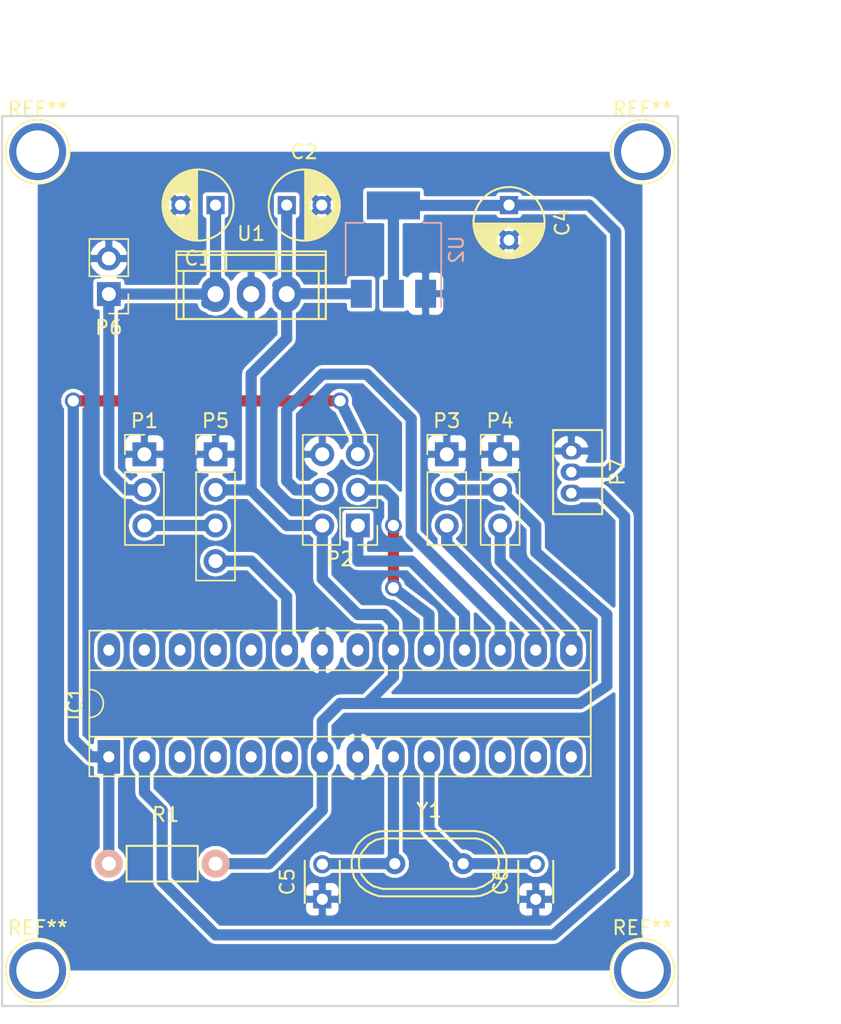
<source format=kicad_pcb>
(kicad_pcb (version 4) (host pcbnew 4.0.5)

  (general
    (links 44)
    (no_connects 0)
    (area 40.304999 12.54 104.37 85.405)
    (thickness 1.6)
    (drawings 8)
    (tracks 107)
    (zones 0)
    (modules 21)
    (nets 16)
  )

  (page A4)
  (layers
    (0 F.Cu jumper)
    (31 B.Cu mixed)
    (32 B.Adhes user)
    (33 F.Adhes user)
    (34 B.Paste user)
    (35 F.Paste user)
    (36 B.SilkS user)
    (37 F.SilkS user)
    (38 B.Mask user)
    (39 F.Mask user)
    (40 Dwgs.User user)
    (41 Cmts.User user)
    (42 Eco1.User user)
    (43 Eco2.User user)
    (44 Edge.Cuts user)
    (45 Margin user)
    (46 B.CrtYd user)
    (47 F.CrtYd user)
    (48 B.Fab user)
    (49 F.Fab user)
  )

  (setup
    (last_trace_width 0.8)
    (user_trace_width 0.8)
    (trace_clearance 0.2)
    (zone_clearance 0.254)
    (zone_45_only no)
    (trace_min 0.2)
    (segment_width 0.2)
    (edge_width 0.15)
    (via_size 0.6)
    (via_drill 0.4)
    (via_min_size 0.4)
    (via_min_drill 0.3)
    (user_via 1.2 0.8)
    (uvia_size 0.3)
    (uvia_drill 0.1)
    (uvias_allowed no)
    (uvia_min_size 0.2)
    (uvia_min_drill 0.1)
    (pcb_text_width 0.3)
    (pcb_text_size 1.5 1.5)
    (mod_edge_width 0.15)
    (mod_text_size 1 1)
    (mod_text_width 0.15)
    (pad_size 1.524 1.524)
    (pad_drill 0.762)
    (pad_to_mask_clearance 0.2)
    (aux_axis_origin 0 0)
    (visible_elements 7FFEFFFF)
    (pcbplotparams
      (layerselection 0x00030_80000001)
      (usegerberextensions false)
      (excludeedgelayer true)
      (linewidth 0.100000)
      (plotframeref false)
      (viasonmask false)
      (mode 1)
      (useauxorigin false)
      (hpglpennumber 1)
      (hpglpenspeed 20)
      (hpglpendiameter 15)
      (hpglpenoverlay 2)
      (psnegative false)
      (psa4output false)
      (plotreference true)
      (plotvalue true)
      (plotinvisibletext false)
      (padsonsilk false)
      (subtractmaskfromsilk false)
      (outputformat 1)
      (mirror false)
      (drillshape 1)
      (scaleselection 1)
      (outputdirectory ""))
  )

  (net 0 "")
  (net 1 GND)
  (net 2 +5V)
  (net 3 +BATT)
  (net 4 +3V3)
  (net 5 /XTAL1)
  (net 6 /XTAL2)
  (net 7 /RESET)
  (net 8 /SERVO_TILT)
  (net 9 /SAT_TX)
  (net 10 /MOSI)
  (net 11 /MISO)
  (net 12 /SCK)
  (net 13 /CHDK_SIGNAL)
  (net 14 /SERVO_PAN)
  (net 15 /VIDEO_SIGNAL)

  (net_class Default "Ceci est la Netclass par défaut"
    (clearance 0.2)
    (trace_width 0.25)
    (via_dia 0.6)
    (via_drill 0.4)
    (uvia_dia 0.3)
    (uvia_drill 0.1)
    (add_net +3V3)
    (add_net +5V)
    (add_net +BATT)
    (add_net /CHDK_SIGNAL)
    (add_net /MISO)
    (add_net /MOSI)
    (add_net /RESET)
    (add_net /SAT_TX)
    (add_net /SCK)
    (add_net /SERVO_PAN)
    (add_net /SERVO_TILT)
    (add_net /VIDEO_SIGNAL)
    (add_net /XTAL1)
    (add_net /XTAL2)
    (add_net GND)
  )

  (net_class Moyenne ""
    (clearance 0.25)
    (trace_width 0.8)
    (via_dia 1)
    (via_drill 0.8)
    (uvia_dia 0.3)
    (uvia_drill 0.1)
  )

  (module Pin_Headers:Pin_Header_Straight_2x03_Pitch2.54mm (layer F.Cu) (tedit 5862ED53) (tstamp 586A3132)
    (at 66.04 49.53 180)
    (descr "Through hole straight pin header, 2x03, 2.54mm pitch, double rows")
    (tags "Through hole pin header THT 2x03 2.54mm double row")
    (path /58691B3B)
    (fp_text reference P2 (at 1.27 -2.39 180) (layer F.SilkS)
      (effects (font (size 1 1) (thickness 0.15)))
    )
    (fp_text value ISP (at 1.27 7.47 180) (layer F.Fab)
      (effects (font (size 1 1) (thickness 0.15)))
    )
    (fp_line (start -1.27 -1.27) (end -1.27 6.35) (layer F.Fab) (width 0.1))
    (fp_line (start -1.27 6.35) (end 3.81 6.35) (layer F.Fab) (width 0.1))
    (fp_line (start 3.81 6.35) (end 3.81 -1.27) (layer F.Fab) (width 0.1))
    (fp_line (start 3.81 -1.27) (end -1.27 -1.27) (layer F.Fab) (width 0.1))
    (fp_line (start -1.39 1.27) (end -1.39 6.47) (layer F.SilkS) (width 0.12))
    (fp_line (start -1.39 6.47) (end 3.93 6.47) (layer F.SilkS) (width 0.12))
    (fp_line (start 3.93 6.47) (end 3.93 -1.39) (layer F.SilkS) (width 0.12))
    (fp_line (start 3.93 -1.39) (end 1.27 -1.39) (layer F.SilkS) (width 0.12))
    (fp_line (start 1.27 -1.39) (end 1.27 1.27) (layer F.SilkS) (width 0.12))
    (fp_line (start 1.27 1.27) (end -1.39 1.27) (layer F.SilkS) (width 0.12))
    (fp_line (start -1.39 0) (end -1.39 -1.39) (layer F.SilkS) (width 0.12))
    (fp_line (start -1.39 -1.39) (end 0 -1.39) (layer F.SilkS) (width 0.12))
    (fp_line (start -1.6 -1.6) (end -1.6 6.6) (layer F.CrtYd) (width 0.05))
    (fp_line (start -1.6 6.6) (end 4.1 6.6) (layer F.CrtYd) (width 0.05))
    (fp_line (start 4.1 6.6) (end 4.1 -1.6) (layer F.CrtYd) (width 0.05))
    (fp_line (start 4.1 -1.6) (end -1.6 -1.6) (layer F.CrtYd) (width 0.05))
    (pad 1 thru_hole rect (at 0 0 180) (size 1.7 1.7) (drill 1) (layers *.Cu *.Mask)
      (net 11 /MISO))
    (pad 2 thru_hole oval (at 2.54 0 180) (size 1.7 1.7) (drill 1) (layers *.Cu *.Mask)
      (net 2 +5V))
    (pad 3 thru_hole oval (at 0 2.54 180) (size 1.7 1.7) (drill 1) (layers *.Cu *.Mask)
      (net 12 /SCK))
    (pad 4 thru_hole oval (at 2.54 2.54 180) (size 1.7 1.7) (drill 1) (layers *.Cu *.Mask)
      (net 10 /MOSI))
    (pad 5 thru_hole oval (at 0 5.08 180) (size 1.7 1.7) (drill 1) (layers *.Cu *.Mask)
      (net 7 /RESET))
    (pad 6 thru_hole oval (at 2.54 5.08 180) (size 1.7 1.7) (drill 1) (layers *.Cu *.Mask)
      (net 1 GND))
    (model Pin_Headers.3dshapes/Pin_Header_Straight_2x03_Pitch2.54mm.wrl
      (at (xyz 0.05 -0.1 0))
      (scale (xyz 1 1 1))
      (rotate (xyz 0 0 90))
    )
  )

  (module TO_SOT_Packages_SMD:SOT-223 (layer B.Cu) (tedit 583F3B4E) (tstamp 586A283D)
    (at 68.58 29.845 90)
    (descr "module CMS SOT223 4 pins")
    (tags "CMS SOT")
    (path /5868F7BA)
    (attr smd)
    (fp_text reference U2 (at 0 4.5 90) (layer B.SilkS)
      (effects (font (size 1 1) (thickness 0.15)) (justify mirror))
    )
    (fp_text value AP111733 (at 0 -4.5 90) (layer B.Fab)
      (effects (font (size 1 1) (thickness 0.15)) (justify mirror))
    )
    (fp_line (start 1.91 -3.41) (end 1.91 -2.15) (layer B.SilkS) (width 0.12))
    (fp_line (start 1.91 3.41) (end 1.91 2.15) (layer B.SilkS) (width 0.12))
    (fp_line (start 4.4 3.6) (end -4.4 3.6) (layer B.CrtYd) (width 0.05))
    (fp_line (start 4.4 -3.6) (end 4.4 3.6) (layer B.CrtYd) (width 0.05))
    (fp_line (start -4.4 -3.6) (end 4.4 -3.6) (layer B.CrtYd) (width 0.05))
    (fp_line (start -4.4 3.6) (end -4.4 -3.6) (layer B.CrtYd) (width 0.05))
    (fp_line (start -1.85 3.35) (end -1.85 -3.35) (layer B.Fab) (width 0.15))
    (fp_line (start -1.85 -3.41) (end 1.91 -3.41) (layer B.SilkS) (width 0.12))
    (fp_line (start -1.85 3.35) (end 1.85 3.35) (layer B.Fab) (width 0.15))
    (fp_line (start -4.1 3.41) (end 1.91 3.41) (layer B.SilkS) (width 0.12))
    (fp_line (start -1.85 -3.35) (end 1.85 -3.35) (layer B.Fab) (width 0.15))
    (fp_line (start 1.85 3.35) (end 1.85 -3.35) (layer B.Fab) (width 0.15))
    (pad 4 smd rect (at 3.15 0 90) (size 2 3.8) (layers B.Cu B.Paste B.Mask)
      (net 4 +3V3))
    (pad 2 smd rect (at -3.15 0 90) (size 2 1.5) (layers B.Cu B.Paste B.Mask)
      (net 4 +3V3))
    (pad 3 smd rect (at -3.15 -2.3 90) (size 2 1.5) (layers B.Cu B.Paste B.Mask)
      (net 2 +5V))
    (pad 1 smd rect (at -3.15 2.3 90) (size 2 1.5) (layers B.Cu B.Paste B.Mask)
      (net 1 GND))
    (model TO_SOT_Packages_SMD.3dshapes/SOT-223.wrl
      (at (xyz 0 0 0))
      (scale (xyz 0.4 0.4 0.4))
      (rotate (xyz 0 0 90))
    )
  )

  (module Capacitors_ThroughHole:C_Radial_D5_L6_P2.5 (layer F.Cu) (tedit 0) (tstamp 586A30E3)
    (at 55.88 26.67 180)
    (descr "Radial Electrolytic Capacitor Diameter 5mm x Length 6mm, Pitch 2.5mm")
    (tags "Electrolytic Capacitor")
    (path /5868CFE9)
    (fp_text reference C1 (at 1.25 -3.8 180) (layer F.SilkS)
      (effects (font (size 1 1) (thickness 0.15)))
    )
    (fp_text value 100µF (at 1.25 3.8 180) (layer F.Fab)
      (effects (font (size 1 1) (thickness 0.15)))
    )
    (fp_line (start 1.325 -2.499) (end 1.325 2.499) (layer F.SilkS) (width 0.15))
    (fp_line (start 1.465 -2.491) (end 1.465 2.491) (layer F.SilkS) (width 0.15))
    (fp_line (start 1.605 -2.475) (end 1.605 -0.095) (layer F.SilkS) (width 0.15))
    (fp_line (start 1.605 0.095) (end 1.605 2.475) (layer F.SilkS) (width 0.15))
    (fp_line (start 1.745 -2.451) (end 1.745 -0.49) (layer F.SilkS) (width 0.15))
    (fp_line (start 1.745 0.49) (end 1.745 2.451) (layer F.SilkS) (width 0.15))
    (fp_line (start 1.885 -2.418) (end 1.885 -0.657) (layer F.SilkS) (width 0.15))
    (fp_line (start 1.885 0.657) (end 1.885 2.418) (layer F.SilkS) (width 0.15))
    (fp_line (start 2.025 -2.377) (end 2.025 -0.764) (layer F.SilkS) (width 0.15))
    (fp_line (start 2.025 0.764) (end 2.025 2.377) (layer F.SilkS) (width 0.15))
    (fp_line (start 2.165 -2.327) (end 2.165 -0.835) (layer F.SilkS) (width 0.15))
    (fp_line (start 2.165 0.835) (end 2.165 2.327) (layer F.SilkS) (width 0.15))
    (fp_line (start 2.305 -2.266) (end 2.305 -0.879) (layer F.SilkS) (width 0.15))
    (fp_line (start 2.305 0.879) (end 2.305 2.266) (layer F.SilkS) (width 0.15))
    (fp_line (start 2.445 -2.196) (end 2.445 -0.898) (layer F.SilkS) (width 0.15))
    (fp_line (start 2.445 0.898) (end 2.445 2.196) (layer F.SilkS) (width 0.15))
    (fp_line (start 2.585 -2.114) (end 2.585 -0.896) (layer F.SilkS) (width 0.15))
    (fp_line (start 2.585 0.896) (end 2.585 2.114) (layer F.SilkS) (width 0.15))
    (fp_line (start 2.725 -2.019) (end 2.725 -0.871) (layer F.SilkS) (width 0.15))
    (fp_line (start 2.725 0.871) (end 2.725 2.019) (layer F.SilkS) (width 0.15))
    (fp_line (start 2.865 -1.908) (end 2.865 -0.823) (layer F.SilkS) (width 0.15))
    (fp_line (start 2.865 0.823) (end 2.865 1.908) (layer F.SilkS) (width 0.15))
    (fp_line (start 3.005 -1.78) (end 3.005 -0.745) (layer F.SilkS) (width 0.15))
    (fp_line (start 3.005 0.745) (end 3.005 1.78) (layer F.SilkS) (width 0.15))
    (fp_line (start 3.145 -1.631) (end 3.145 -0.628) (layer F.SilkS) (width 0.15))
    (fp_line (start 3.145 0.628) (end 3.145 1.631) (layer F.SilkS) (width 0.15))
    (fp_line (start 3.285 -1.452) (end 3.285 -0.44) (layer F.SilkS) (width 0.15))
    (fp_line (start 3.285 0.44) (end 3.285 1.452) (layer F.SilkS) (width 0.15))
    (fp_line (start 3.425 -1.233) (end 3.425 1.233) (layer F.SilkS) (width 0.15))
    (fp_line (start 3.565 -0.944) (end 3.565 0.944) (layer F.SilkS) (width 0.15))
    (fp_line (start 3.705 -0.472) (end 3.705 0.472) (layer F.SilkS) (width 0.15))
    (fp_circle (center 2.5 0) (end 2.5 -0.9) (layer F.SilkS) (width 0.15))
    (fp_circle (center 1.25 0) (end 1.25 -2.5375) (layer F.SilkS) (width 0.15))
    (fp_circle (center 1.25 0) (end 1.25 -2.8) (layer F.CrtYd) (width 0.05))
    (pad 1 thru_hole rect (at 0 0 180) (size 1.3 1.3) (drill 0.8) (layers *.Cu *.Mask)
      (net 3 +BATT))
    (pad 2 thru_hole circle (at 2.5 0 180) (size 1.3 1.3) (drill 0.8) (layers *.Cu *.Mask)
      (net 1 GND))
    (model Capacitors_ThroughHole.3dshapes/C_Radial_D5_L6_P2.5.wrl
      (at (xyz 0.0492126 0 0))
      (scale (xyz 1 1 1))
      (rotate (xyz 0 0 90))
    )
  )

  (module Capacitors_ThroughHole:C_Radial_D5_L6_P2.5 (layer F.Cu) (tedit 0) (tstamp 586A30E9)
    (at 60.96 26.67)
    (descr "Radial Electrolytic Capacitor Diameter 5mm x Length 6mm, Pitch 2.5mm")
    (tags "Electrolytic Capacitor")
    (path /5868D04C)
    (fp_text reference C2 (at 1.25 -3.8) (layer F.SilkS)
      (effects (font (size 1 1) (thickness 0.15)))
    )
    (fp_text value 10µF (at 1.25 3.8) (layer F.Fab)
      (effects (font (size 1 1) (thickness 0.15)))
    )
    (fp_line (start 1.325 -2.499) (end 1.325 2.499) (layer F.SilkS) (width 0.15))
    (fp_line (start 1.465 -2.491) (end 1.465 2.491) (layer F.SilkS) (width 0.15))
    (fp_line (start 1.605 -2.475) (end 1.605 -0.095) (layer F.SilkS) (width 0.15))
    (fp_line (start 1.605 0.095) (end 1.605 2.475) (layer F.SilkS) (width 0.15))
    (fp_line (start 1.745 -2.451) (end 1.745 -0.49) (layer F.SilkS) (width 0.15))
    (fp_line (start 1.745 0.49) (end 1.745 2.451) (layer F.SilkS) (width 0.15))
    (fp_line (start 1.885 -2.418) (end 1.885 -0.657) (layer F.SilkS) (width 0.15))
    (fp_line (start 1.885 0.657) (end 1.885 2.418) (layer F.SilkS) (width 0.15))
    (fp_line (start 2.025 -2.377) (end 2.025 -0.764) (layer F.SilkS) (width 0.15))
    (fp_line (start 2.025 0.764) (end 2.025 2.377) (layer F.SilkS) (width 0.15))
    (fp_line (start 2.165 -2.327) (end 2.165 -0.835) (layer F.SilkS) (width 0.15))
    (fp_line (start 2.165 0.835) (end 2.165 2.327) (layer F.SilkS) (width 0.15))
    (fp_line (start 2.305 -2.266) (end 2.305 -0.879) (layer F.SilkS) (width 0.15))
    (fp_line (start 2.305 0.879) (end 2.305 2.266) (layer F.SilkS) (width 0.15))
    (fp_line (start 2.445 -2.196) (end 2.445 -0.898) (layer F.SilkS) (width 0.15))
    (fp_line (start 2.445 0.898) (end 2.445 2.196) (layer F.SilkS) (width 0.15))
    (fp_line (start 2.585 -2.114) (end 2.585 -0.896) (layer F.SilkS) (width 0.15))
    (fp_line (start 2.585 0.896) (end 2.585 2.114) (layer F.SilkS) (width 0.15))
    (fp_line (start 2.725 -2.019) (end 2.725 -0.871) (layer F.SilkS) (width 0.15))
    (fp_line (start 2.725 0.871) (end 2.725 2.019) (layer F.SilkS) (width 0.15))
    (fp_line (start 2.865 -1.908) (end 2.865 -0.823) (layer F.SilkS) (width 0.15))
    (fp_line (start 2.865 0.823) (end 2.865 1.908) (layer F.SilkS) (width 0.15))
    (fp_line (start 3.005 -1.78) (end 3.005 -0.745) (layer F.SilkS) (width 0.15))
    (fp_line (start 3.005 0.745) (end 3.005 1.78) (layer F.SilkS) (width 0.15))
    (fp_line (start 3.145 -1.631) (end 3.145 -0.628) (layer F.SilkS) (width 0.15))
    (fp_line (start 3.145 0.628) (end 3.145 1.631) (layer F.SilkS) (width 0.15))
    (fp_line (start 3.285 -1.452) (end 3.285 -0.44) (layer F.SilkS) (width 0.15))
    (fp_line (start 3.285 0.44) (end 3.285 1.452) (layer F.SilkS) (width 0.15))
    (fp_line (start 3.425 -1.233) (end 3.425 1.233) (layer F.SilkS) (width 0.15))
    (fp_line (start 3.565 -0.944) (end 3.565 0.944) (layer F.SilkS) (width 0.15))
    (fp_line (start 3.705 -0.472) (end 3.705 0.472) (layer F.SilkS) (width 0.15))
    (fp_circle (center 2.5 0) (end 2.5 -0.9) (layer F.SilkS) (width 0.15))
    (fp_circle (center 1.25 0) (end 1.25 -2.5375) (layer F.SilkS) (width 0.15))
    (fp_circle (center 1.25 0) (end 1.25 -2.8) (layer F.CrtYd) (width 0.05))
    (pad 1 thru_hole rect (at 0 0) (size 1.3 1.3) (drill 0.8) (layers *.Cu *.Mask)
      (net 2 +5V))
    (pad 2 thru_hole circle (at 2.5 0) (size 1.3 1.3) (drill 0.8) (layers *.Cu *.Mask)
      (net 1 GND))
    (model Capacitors_ThroughHole.3dshapes/C_Radial_D5_L6_P2.5.wrl
      (at (xyz 0.0492126 0 0))
      (scale (xyz 1 1 1))
      (rotate (xyz 0 0 90))
    )
  )

  (module Capacitors_ThroughHole:C_Radial_D5_L6_P2.5 (layer F.Cu) (tedit 0) (tstamp 586A30F5)
    (at 76.835 26.67 270)
    (descr "Radial Electrolytic Capacitor Diameter 5mm x Length 6mm, Pitch 2.5mm")
    (tags "Electrolytic Capacitor")
    (path /5868FC7F)
    (fp_text reference C4 (at 1.25 -3.8 270) (layer F.SilkS)
      (effects (font (size 1 1) (thickness 0.15)))
    )
    (fp_text value 10µF (at 1.25 3.8 270) (layer F.Fab)
      (effects (font (size 1 1) (thickness 0.15)))
    )
    (fp_line (start 1.325 -2.499) (end 1.325 2.499) (layer F.SilkS) (width 0.15))
    (fp_line (start 1.465 -2.491) (end 1.465 2.491) (layer F.SilkS) (width 0.15))
    (fp_line (start 1.605 -2.475) (end 1.605 -0.095) (layer F.SilkS) (width 0.15))
    (fp_line (start 1.605 0.095) (end 1.605 2.475) (layer F.SilkS) (width 0.15))
    (fp_line (start 1.745 -2.451) (end 1.745 -0.49) (layer F.SilkS) (width 0.15))
    (fp_line (start 1.745 0.49) (end 1.745 2.451) (layer F.SilkS) (width 0.15))
    (fp_line (start 1.885 -2.418) (end 1.885 -0.657) (layer F.SilkS) (width 0.15))
    (fp_line (start 1.885 0.657) (end 1.885 2.418) (layer F.SilkS) (width 0.15))
    (fp_line (start 2.025 -2.377) (end 2.025 -0.764) (layer F.SilkS) (width 0.15))
    (fp_line (start 2.025 0.764) (end 2.025 2.377) (layer F.SilkS) (width 0.15))
    (fp_line (start 2.165 -2.327) (end 2.165 -0.835) (layer F.SilkS) (width 0.15))
    (fp_line (start 2.165 0.835) (end 2.165 2.327) (layer F.SilkS) (width 0.15))
    (fp_line (start 2.305 -2.266) (end 2.305 -0.879) (layer F.SilkS) (width 0.15))
    (fp_line (start 2.305 0.879) (end 2.305 2.266) (layer F.SilkS) (width 0.15))
    (fp_line (start 2.445 -2.196) (end 2.445 -0.898) (layer F.SilkS) (width 0.15))
    (fp_line (start 2.445 0.898) (end 2.445 2.196) (layer F.SilkS) (width 0.15))
    (fp_line (start 2.585 -2.114) (end 2.585 -0.896) (layer F.SilkS) (width 0.15))
    (fp_line (start 2.585 0.896) (end 2.585 2.114) (layer F.SilkS) (width 0.15))
    (fp_line (start 2.725 -2.019) (end 2.725 -0.871) (layer F.SilkS) (width 0.15))
    (fp_line (start 2.725 0.871) (end 2.725 2.019) (layer F.SilkS) (width 0.15))
    (fp_line (start 2.865 -1.908) (end 2.865 -0.823) (layer F.SilkS) (width 0.15))
    (fp_line (start 2.865 0.823) (end 2.865 1.908) (layer F.SilkS) (width 0.15))
    (fp_line (start 3.005 -1.78) (end 3.005 -0.745) (layer F.SilkS) (width 0.15))
    (fp_line (start 3.005 0.745) (end 3.005 1.78) (layer F.SilkS) (width 0.15))
    (fp_line (start 3.145 -1.631) (end 3.145 -0.628) (layer F.SilkS) (width 0.15))
    (fp_line (start 3.145 0.628) (end 3.145 1.631) (layer F.SilkS) (width 0.15))
    (fp_line (start 3.285 -1.452) (end 3.285 -0.44) (layer F.SilkS) (width 0.15))
    (fp_line (start 3.285 0.44) (end 3.285 1.452) (layer F.SilkS) (width 0.15))
    (fp_line (start 3.425 -1.233) (end 3.425 1.233) (layer F.SilkS) (width 0.15))
    (fp_line (start 3.565 -0.944) (end 3.565 0.944) (layer F.SilkS) (width 0.15))
    (fp_line (start 3.705 -0.472) (end 3.705 0.472) (layer F.SilkS) (width 0.15))
    (fp_circle (center 2.5 0) (end 2.5 -0.9) (layer F.SilkS) (width 0.15))
    (fp_circle (center 1.25 0) (end 1.25 -2.5375) (layer F.SilkS) (width 0.15))
    (fp_circle (center 1.25 0) (end 1.25 -2.8) (layer F.CrtYd) (width 0.05))
    (pad 1 thru_hole rect (at 0 0 270) (size 1.3 1.3) (drill 0.8) (layers *.Cu *.Mask)
      (net 4 +3V3))
    (pad 2 thru_hole circle (at 2.5 0 270) (size 1.3 1.3) (drill 0.8) (layers *.Cu *.Mask)
      (net 1 GND))
    (model Capacitors_ThroughHole.3dshapes/C_Radial_D5_L6_P2.5.wrl
      (at (xyz 0.0492126 0 0))
      (scale (xyz 1 1 1))
      (rotate (xyz 0 0 90))
    )
  )

  (module Capacitors_ThroughHole:C_Disc_D3_P2.5 (layer F.Cu) (tedit 0) (tstamp 586A30FB)
    (at 63.5 76.2 90)
    (descr "Capacitor 3mm Disc, Pitch 2.5mm")
    (tags Capacitor)
    (path /5868CA90)
    (fp_text reference C5 (at 1.25 -2.5 90) (layer F.SilkS)
      (effects (font (size 1 1) (thickness 0.15)))
    )
    (fp_text value 22pF (at 1.25 2.5 90) (layer F.Fab)
      (effects (font (size 1 1) (thickness 0.15)))
    )
    (fp_line (start -0.9 -1.5) (end 3.4 -1.5) (layer F.CrtYd) (width 0.05))
    (fp_line (start 3.4 -1.5) (end 3.4 1.5) (layer F.CrtYd) (width 0.05))
    (fp_line (start 3.4 1.5) (end -0.9 1.5) (layer F.CrtYd) (width 0.05))
    (fp_line (start -0.9 1.5) (end -0.9 -1.5) (layer F.CrtYd) (width 0.05))
    (fp_line (start -0.25 -1.25) (end 2.75 -1.25) (layer F.SilkS) (width 0.15))
    (fp_line (start 2.75 1.25) (end -0.25 1.25) (layer F.SilkS) (width 0.15))
    (pad 1 thru_hole rect (at 0 0 90) (size 1.3 1.3) (drill 0.8) (layers *.Cu *.Mask)
      (net 1 GND))
    (pad 2 thru_hole circle (at 2.5 0 90) (size 1.3 1.3) (drill 0.8001) (layers *.Cu *.Mask)
      (net 5 /XTAL1))
    (model Capacitors_ThroughHole.3dshapes/C_Disc_D3_P2.5.wrl
      (at (xyz 0.0492126 0 0))
      (scale (xyz 1 1 1))
      (rotate (xyz 0 0 0))
    )
  )

  (module Capacitors_ThroughHole:C_Disc_D3_P2.5 (layer F.Cu) (tedit 0) (tstamp 586A3101)
    (at 78.74 76.2 90)
    (descr "Capacitor 3mm Disc, Pitch 2.5mm")
    (tags Capacitor)
    (path /5868CB19)
    (fp_text reference C6 (at 1.25 -2.5 90) (layer F.SilkS)
      (effects (font (size 1 1) (thickness 0.15)))
    )
    (fp_text value 22pF (at 1.25 2.5 90) (layer F.Fab)
      (effects (font (size 1 1) (thickness 0.15)))
    )
    (fp_line (start -0.9 -1.5) (end 3.4 -1.5) (layer F.CrtYd) (width 0.05))
    (fp_line (start 3.4 -1.5) (end 3.4 1.5) (layer F.CrtYd) (width 0.05))
    (fp_line (start 3.4 1.5) (end -0.9 1.5) (layer F.CrtYd) (width 0.05))
    (fp_line (start -0.9 1.5) (end -0.9 -1.5) (layer F.CrtYd) (width 0.05))
    (fp_line (start -0.25 -1.25) (end 2.75 -1.25) (layer F.SilkS) (width 0.15))
    (fp_line (start 2.75 1.25) (end -0.25 1.25) (layer F.SilkS) (width 0.15))
    (pad 1 thru_hole rect (at 0 0 90) (size 1.3 1.3) (drill 0.8) (layers *.Cu *.Mask)
      (net 1 GND))
    (pad 2 thru_hole circle (at 2.5 0 90) (size 1.3 1.3) (drill 0.8001) (layers *.Cu *.Mask)
      (net 6 /XTAL2))
    (model Capacitors_ThroughHole.3dshapes/C_Disc_D3_P2.5.wrl
      (at (xyz 0.0492126 0 0))
      (scale (xyz 1 1 1))
      (rotate (xyz 0 0 0))
    )
  )

  (module Housings_DIP:DIP-28_W7.62mm_Socket_LongPads (layer F.Cu) (tedit 586281B5) (tstamp 586A3121)
    (at 48.26 66.04 90)
    (descr "28-lead dip package, row spacing 7.62 mm (300 mils), Socket, LongPads")
    (tags "DIL DIP PDIP 2.54mm 7.62mm 300mil Socket LongPads")
    (path /5868C83A)
    (fp_text reference IC1 (at 3.81 -2.39 90) (layer F.SilkS)
      (effects (font (size 1 1) (thickness 0.15)))
    )
    (fp_text value ATMEGA328-P (at 3.81 35.41 90) (layer F.Fab)
      (effects (font (size 1 1) (thickness 0.15)))
    )
    (fp_arc (start 3.81 -1.39) (end 2.81 -1.39) (angle -180) (layer F.SilkS) (width 0.12))
    (fp_line (start 1.635 -1.27) (end 6.985 -1.27) (layer F.Fab) (width 0.1))
    (fp_line (start 6.985 -1.27) (end 6.985 34.29) (layer F.Fab) (width 0.1))
    (fp_line (start 6.985 34.29) (end 0.635 34.29) (layer F.Fab) (width 0.1))
    (fp_line (start 0.635 34.29) (end 0.635 -0.27) (layer F.Fab) (width 0.1))
    (fp_line (start 0.635 -0.27) (end 1.635 -1.27) (layer F.Fab) (width 0.1))
    (fp_line (start -1.27 -1.27) (end -1.27 34.29) (layer F.Fab) (width 0.1))
    (fp_line (start -1.27 34.29) (end 8.89 34.29) (layer F.Fab) (width 0.1))
    (fp_line (start 8.89 34.29) (end 8.89 -1.27) (layer F.Fab) (width 0.1))
    (fp_line (start 8.89 -1.27) (end -1.27 -1.27) (layer F.Fab) (width 0.1))
    (fp_line (start 2.81 -1.39) (end 1.44 -1.39) (layer F.SilkS) (width 0.12))
    (fp_line (start 1.44 -1.39) (end 1.44 34.41) (layer F.SilkS) (width 0.12))
    (fp_line (start 1.44 34.41) (end 6.18 34.41) (layer F.SilkS) (width 0.12))
    (fp_line (start 6.18 34.41) (end 6.18 -1.39) (layer F.SilkS) (width 0.12))
    (fp_line (start 6.18 -1.39) (end 4.81 -1.39) (layer F.SilkS) (width 0.12))
    (fp_line (start -1.39 -1.39) (end -1.39 34.41) (layer F.SilkS) (width 0.12))
    (fp_line (start -1.39 34.41) (end 9.01 34.41) (layer F.SilkS) (width 0.12))
    (fp_line (start 9.01 34.41) (end 9.01 -1.39) (layer F.SilkS) (width 0.12))
    (fp_line (start 9.01 -1.39) (end -1.39 -1.39) (layer F.SilkS) (width 0.12))
    (fp_line (start -1.7 -1.7) (end -1.7 34.7) (layer F.CrtYd) (width 0.05))
    (fp_line (start -1.7 34.7) (end 9.3 34.7) (layer F.CrtYd) (width 0.05))
    (fp_line (start 9.3 34.7) (end 9.3 -1.7) (layer F.CrtYd) (width 0.05))
    (fp_line (start 9.3 -1.7) (end -1.7 -1.7) (layer F.CrtYd) (width 0.05))
    (pad 1 thru_hole rect (at 0 0 90) (size 2.4 1.6) (drill 0.8) (layers *.Cu *.Mask)
      (net 7 /RESET))
    (pad 15 thru_hole oval (at 7.62 33.02 90) (size 2.4 1.6) (drill 0.8) (layers *.Cu *.Mask)
      (net 8 /SERVO_TILT))
    (pad 2 thru_hole oval (at 0 2.54 90) (size 2.4 1.6) (drill 0.8) (layers *.Cu *.Mask)
      (net 9 /SAT_TX))
    (pad 16 thru_hole oval (at 7.62 30.48 90) (size 2.4 1.6) (drill 0.8) (layers *.Cu *.Mask)
      (net 14 /SERVO_PAN))
    (pad 3 thru_hole oval (at 0 5.08 90) (size 2.4 1.6) (drill 0.8) (layers *.Cu *.Mask))
    (pad 17 thru_hole oval (at 7.62 27.94 90) (size 2.4 1.6) (drill 0.8) (layers *.Cu *.Mask)
      (net 10 /MOSI))
    (pad 4 thru_hole oval (at 0 7.62 90) (size 2.4 1.6) (drill 0.8) (layers *.Cu *.Mask))
    (pad 18 thru_hole oval (at 7.62 25.4 90) (size 2.4 1.6) (drill 0.8) (layers *.Cu *.Mask)
      (net 11 /MISO))
    (pad 5 thru_hole oval (at 0 10.16 90) (size 2.4 1.6) (drill 0.8) (layers *.Cu *.Mask))
    (pad 19 thru_hole oval (at 7.62 22.86 90) (size 2.4 1.6) (drill 0.8) (layers *.Cu *.Mask)
      (net 12 /SCK))
    (pad 6 thru_hole oval (at 0 12.7 90) (size 2.4 1.6) (drill 0.8) (layers *.Cu *.Mask))
    (pad 20 thru_hole oval (at 7.62 20.32 90) (size 2.4 1.6) (drill 0.8) (layers *.Cu *.Mask)
      (net 2 +5V))
    (pad 7 thru_hole oval (at 0 15.24 90) (size 2.4 1.6) (drill 0.8) (layers *.Cu *.Mask)
      (net 2 +5V))
    (pad 21 thru_hole oval (at 7.62 17.78 90) (size 2.4 1.6) (drill 0.8) (layers *.Cu *.Mask))
    (pad 8 thru_hole oval (at 0 17.78 90) (size 2.4 1.6) (drill 0.8) (layers *.Cu *.Mask)
      (net 1 GND))
    (pad 22 thru_hole oval (at 7.62 15.24 90) (size 2.4 1.6) (drill 0.8) (layers *.Cu *.Mask)
      (net 1 GND))
    (pad 9 thru_hole oval (at 0 20.32 90) (size 2.4 1.6) (drill 0.8) (layers *.Cu *.Mask)
      (net 5 /XTAL1))
    (pad 23 thru_hole oval (at 7.62 12.7 90) (size 2.4 1.6) (drill 0.8) (layers *.Cu *.Mask)
      (net 13 /CHDK_SIGNAL))
    (pad 10 thru_hole oval (at 0 22.86 90) (size 2.4 1.6) (drill 0.8) (layers *.Cu *.Mask)
      (net 6 /XTAL2))
    (pad 24 thru_hole oval (at 7.62 10.16 90) (size 2.4 1.6) (drill 0.8) (layers *.Cu *.Mask))
    (pad 11 thru_hole oval (at 0 25.4 90) (size 2.4 1.6) (drill 0.8) (layers *.Cu *.Mask))
    (pad 25 thru_hole oval (at 7.62 7.62 90) (size 2.4 1.6) (drill 0.8) (layers *.Cu *.Mask))
    (pad 12 thru_hole oval (at 0 27.94 90) (size 2.4 1.6) (drill 0.8) (layers *.Cu *.Mask))
    (pad 26 thru_hole oval (at 7.62 5.08 90) (size 2.4 1.6) (drill 0.8) (layers *.Cu *.Mask))
    (pad 13 thru_hole oval (at 0 30.48 90) (size 2.4 1.6) (drill 0.8) (layers *.Cu *.Mask))
    (pad 27 thru_hole oval (at 7.62 2.54 90) (size 2.4 1.6) (drill 0.8) (layers *.Cu *.Mask))
    (pad 14 thru_hole oval (at 0 33.02 90) (size 2.4 1.6) (drill 0.8) (layers *.Cu *.Mask))
    (pad 28 thru_hole oval (at 7.62 0 90) (size 2.4 1.6) (drill 0.8) (layers *.Cu *.Mask))
    (model Housings_DIP.3dshapes/DIP-28_W7.62mm_Socket_LongPads.wrl
      (at (xyz 0 0 0))
      (scale (xyz 1 1 1))
      (rotate (xyz 0 0 0))
    )
  )

  (module Pin_Headers:Pin_Header_Straight_1x03_Pitch2.54mm (layer F.Cu) (tedit 5862ED52) (tstamp 586A3128)
    (at 50.8 44.45)
    (descr "Through hole straight pin header, 1x03, 2.54mm pitch, single row")
    (tags "Through hole pin header THT 1x03 2.54mm single row")
    (path /586949CF)
    (fp_text reference P1 (at 0 -2.39) (layer F.SilkS)
      (effects (font (size 1 1) (thickness 0.15)))
    )
    (fp_text value VIDEO (at 0 7.47) (layer F.Fab)
      (effects (font (size 1 1) (thickness 0.15)))
    )
    (fp_line (start -1.27 -1.27) (end -1.27 6.35) (layer F.Fab) (width 0.1))
    (fp_line (start -1.27 6.35) (end 1.27 6.35) (layer F.Fab) (width 0.1))
    (fp_line (start 1.27 6.35) (end 1.27 -1.27) (layer F.Fab) (width 0.1))
    (fp_line (start 1.27 -1.27) (end -1.27 -1.27) (layer F.Fab) (width 0.1))
    (fp_line (start -1.39 1.27) (end -1.39 6.47) (layer F.SilkS) (width 0.12))
    (fp_line (start -1.39 6.47) (end 1.39 6.47) (layer F.SilkS) (width 0.12))
    (fp_line (start 1.39 6.47) (end 1.39 1.27) (layer F.SilkS) (width 0.12))
    (fp_line (start 1.39 1.27) (end -1.39 1.27) (layer F.SilkS) (width 0.12))
    (fp_line (start -1.39 0) (end -1.39 -1.39) (layer F.SilkS) (width 0.12))
    (fp_line (start -1.39 -1.39) (end 0 -1.39) (layer F.SilkS) (width 0.12))
    (fp_line (start -1.6 -1.6) (end -1.6 6.6) (layer F.CrtYd) (width 0.05))
    (fp_line (start -1.6 6.6) (end 1.6 6.6) (layer F.CrtYd) (width 0.05))
    (fp_line (start 1.6 6.6) (end 1.6 -1.6) (layer F.CrtYd) (width 0.05))
    (fp_line (start 1.6 -1.6) (end -1.6 -1.6) (layer F.CrtYd) (width 0.05))
    (pad 1 thru_hole rect (at 0 0) (size 1.7 1.7) (drill 1) (layers *.Cu *.Mask)
      (net 1 GND))
    (pad 2 thru_hole oval (at 0 2.54) (size 1.7 1.7) (drill 1) (layers *.Cu *.Mask)
      (net 3 +BATT))
    (pad 3 thru_hole oval (at 0 5.08) (size 1.7 1.7) (drill 1) (layers *.Cu *.Mask)
      (net 15 /VIDEO_SIGNAL))
    (model Pin_Headers.3dshapes/Pin_Header_Straight_1x03_Pitch2.54mm.wrl
      (at (xyz 0 -0.1 0))
      (scale (xyz 1 1 1))
      (rotate (xyz 0 0 90))
    )
  )

  (module Pin_Headers:Pin_Header_Straight_1x03_Pitch2.54mm (layer F.Cu) (tedit 5862ED52) (tstamp 586A3139)
    (at 72.39 44.45)
    (descr "Through hole straight pin header, 1x03, 2.54mm pitch, single row")
    (tags "Through hole pin header THT 1x03 2.54mm single row")
    (path /58692A16)
    (fp_text reference P3 (at 0 -2.39) (layer F.SilkS)
      (effects (font (size 1 1) (thickness 0.15)))
    )
    (fp_text value SERVO_PAN (at 0 7.47) (layer F.Fab)
      (effects (font (size 1 1) (thickness 0.15)))
    )
    (fp_line (start -1.27 -1.27) (end -1.27 6.35) (layer F.Fab) (width 0.1))
    (fp_line (start -1.27 6.35) (end 1.27 6.35) (layer F.Fab) (width 0.1))
    (fp_line (start 1.27 6.35) (end 1.27 -1.27) (layer F.Fab) (width 0.1))
    (fp_line (start 1.27 -1.27) (end -1.27 -1.27) (layer F.Fab) (width 0.1))
    (fp_line (start -1.39 1.27) (end -1.39 6.47) (layer F.SilkS) (width 0.12))
    (fp_line (start -1.39 6.47) (end 1.39 6.47) (layer F.SilkS) (width 0.12))
    (fp_line (start 1.39 6.47) (end 1.39 1.27) (layer F.SilkS) (width 0.12))
    (fp_line (start 1.39 1.27) (end -1.39 1.27) (layer F.SilkS) (width 0.12))
    (fp_line (start -1.39 0) (end -1.39 -1.39) (layer F.SilkS) (width 0.12))
    (fp_line (start -1.39 -1.39) (end 0 -1.39) (layer F.SilkS) (width 0.12))
    (fp_line (start -1.6 -1.6) (end -1.6 6.6) (layer F.CrtYd) (width 0.05))
    (fp_line (start -1.6 6.6) (end 1.6 6.6) (layer F.CrtYd) (width 0.05))
    (fp_line (start 1.6 6.6) (end 1.6 -1.6) (layer F.CrtYd) (width 0.05))
    (fp_line (start 1.6 -1.6) (end -1.6 -1.6) (layer F.CrtYd) (width 0.05))
    (pad 1 thru_hole rect (at 0 0) (size 1.7 1.7) (drill 1) (layers *.Cu *.Mask)
      (net 1 GND))
    (pad 2 thru_hole oval (at 0 2.54) (size 1.7 1.7) (drill 1) (layers *.Cu *.Mask)
      (net 2 +5V))
    (pad 3 thru_hole oval (at 0 5.08) (size 1.7 1.7) (drill 1) (layers *.Cu *.Mask)
      (net 14 /SERVO_PAN))
    (model Pin_Headers.3dshapes/Pin_Header_Straight_1x03_Pitch2.54mm.wrl
      (at (xyz 0 -0.1 0))
      (scale (xyz 1 1 1))
      (rotate (xyz 0 0 90))
    )
  )

  (module Pin_Headers:Pin_Header_Straight_1x03_Pitch2.54mm (layer F.Cu) (tedit 5862ED52) (tstamp 586A3140)
    (at 76.2 44.45)
    (descr "Through hole straight pin header, 1x03, 2.54mm pitch, single row")
    (tags "Through hole pin header THT 1x03 2.54mm single row")
    (path /58692AE1)
    (fp_text reference P4 (at 0 -2.39) (layer F.SilkS)
      (effects (font (size 1 1) (thickness 0.15)))
    )
    (fp_text value SERVO_TILT (at 0 7.47) (layer F.Fab)
      (effects (font (size 1 1) (thickness 0.15)))
    )
    (fp_line (start -1.27 -1.27) (end -1.27 6.35) (layer F.Fab) (width 0.1))
    (fp_line (start -1.27 6.35) (end 1.27 6.35) (layer F.Fab) (width 0.1))
    (fp_line (start 1.27 6.35) (end 1.27 -1.27) (layer F.Fab) (width 0.1))
    (fp_line (start 1.27 -1.27) (end -1.27 -1.27) (layer F.Fab) (width 0.1))
    (fp_line (start -1.39 1.27) (end -1.39 6.47) (layer F.SilkS) (width 0.12))
    (fp_line (start -1.39 6.47) (end 1.39 6.47) (layer F.SilkS) (width 0.12))
    (fp_line (start 1.39 6.47) (end 1.39 1.27) (layer F.SilkS) (width 0.12))
    (fp_line (start 1.39 1.27) (end -1.39 1.27) (layer F.SilkS) (width 0.12))
    (fp_line (start -1.39 0) (end -1.39 -1.39) (layer F.SilkS) (width 0.12))
    (fp_line (start -1.39 -1.39) (end 0 -1.39) (layer F.SilkS) (width 0.12))
    (fp_line (start -1.6 -1.6) (end -1.6 6.6) (layer F.CrtYd) (width 0.05))
    (fp_line (start -1.6 6.6) (end 1.6 6.6) (layer F.CrtYd) (width 0.05))
    (fp_line (start 1.6 6.6) (end 1.6 -1.6) (layer F.CrtYd) (width 0.05))
    (fp_line (start 1.6 -1.6) (end -1.6 -1.6) (layer F.CrtYd) (width 0.05))
    (pad 1 thru_hole rect (at 0 0) (size 1.7 1.7) (drill 1) (layers *.Cu *.Mask)
      (net 1 GND))
    (pad 2 thru_hole oval (at 0 2.54) (size 1.7 1.7) (drill 1) (layers *.Cu *.Mask)
      (net 2 +5V))
    (pad 3 thru_hole oval (at 0 5.08) (size 1.7 1.7) (drill 1) (layers *.Cu *.Mask)
      (net 8 /SERVO_TILT))
    (model Pin_Headers.3dshapes/Pin_Header_Straight_1x03_Pitch2.54mm.wrl
      (at (xyz 0 -0.1 0))
      (scale (xyz 1 1 1))
      (rotate (xyz 0 0 90))
    )
  )

  (module Pin_Headers:Pin_Header_Straight_1x04_Pitch2.54mm (layer F.Cu) (tedit 5862ED52) (tstamp 586A3148)
    (at 55.88 44.45)
    (descr "Through hole straight pin header, 1x04, 2.54mm pitch, single row")
    (tags "Through hole pin header THT 1x04 2.54mm single row")
    (path /586935B4)
    (fp_text reference P5 (at 0 -2.39) (layer F.SilkS)
      (effects (font (size 1 1) (thickness 0.15)))
    )
    (fp_text value CHDK (at 0 10.01) (layer F.Fab)
      (effects (font (size 1 1) (thickness 0.15)))
    )
    (fp_line (start -1.27 -1.27) (end -1.27 8.89) (layer F.Fab) (width 0.1))
    (fp_line (start -1.27 8.89) (end 1.27 8.89) (layer F.Fab) (width 0.1))
    (fp_line (start 1.27 8.89) (end 1.27 -1.27) (layer F.Fab) (width 0.1))
    (fp_line (start 1.27 -1.27) (end -1.27 -1.27) (layer F.Fab) (width 0.1))
    (fp_line (start -1.39 1.27) (end -1.39 9.01) (layer F.SilkS) (width 0.12))
    (fp_line (start -1.39 9.01) (end 1.39 9.01) (layer F.SilkS) (width 0.12))
    (fp_line (start 1.39 9.01) (end 1.39 1.27) (layer F.SilkS) (width 0.12))
    (fp_line (start 1.39 1.27) (end -1.39 1.27) (layer F.SilkS) (width 0.12))
    (fp_line (start -1.39 0) (end -1.39 -1.39) (layer F.SilkS) (width 0.12))
    (fp_line (start -1.39 -1.39) (end 0 -1.39) (layer F.SilkS) (width 0.12))
    (fp_line (start -1.6 -1.6) (end -1.6 9.2) (layer F.CrtYd) (width 0.05))
    (fp_line (start -1.6 9.2) (end 1.6 9.2) (layer F.CrtYd) (width 0.05))
    (fp_line (start 1.6 9.2) (end 1.6 -1.6) (layer F.CrtYd) (width 0.05))
    (fp_line (start 1.6 -1.6) (end -1.6 -1.6) (layer F.CrtYd) (width 0.05))
    (pad 1 thru_hole rect (at 0 0) (size 1.7 1.7) (drill 1) (layers *.Cu *.Mask)
      (net 1 GND))
    (pad 2 thru_hole oval (at 0 2.54) (size 1.7 1.7) (drill 1) (layers *.Cu *.Mask)
      (net 2 +5V))
    (pad 3 thru_hole oval (at 0 5.08) (size 1.7 1.7) (drill 1) (layers *.Cu *.Mask)
      (net 15 /VIDEO_SIGNAL))
    (pad 4 thru_hole oval (at 0 7.62) (size 1.7 1.7) (drill 1) (layers *.Cu *.Mask)
      (net 13 /CHDK_SIGNAL))
    (model Pin_Headers.3dshapes/Pin_Header_Straight_1x04_Pitch2.54mm.wrl
      (at (xyz 0 -0.15 0))
      (scale (xyz 1 1 1))
      (rotate (xyz 0 0 90))
    )
  )

  (module Resistors_ThroughHole:Resistor_Horizontal_RM7mm (layer F.Cu) (tedit 569FCF07) (tstamp 586A315D)
    (at 48.26 73.66)
    (descr "Resistor, Axial,  RM 7.62mm, 1/3W,")
    (tags "Resistor Axial RM 7.62mm 1/3W R3")
    (path /5868CCBA)
    (fp_text reference R1 (at 4.05892 -3.50012) (layer F.SilkS)
      (effects (font (size 1 1) (thickness 0.15)))
    )
    (fp_text value 10k (at 3.81 3.81) (layer F.Fab)
      (effects (font (size 1 1) (thickness 0.15)))
    )
    (fp_line (start -1.25 -1.5) (end 8.85 -1.5) (layer F.CrtYd) (width 0.05))
    (fp_line (start -1.25 1.5) (end -1.25 -1.5) (layer F.CrtYd) (width 0.05))
    (fp_line (start 8.85 -1.5) (end 8.85 1.5) (layer F.CrtYd) (width 0.05))
    (fp_line (start -1.25 1.5) (end 8.85 1.5) (layer F.CrtYd) (width 0.05))
    (fp_line (start 1.27 -1.27) (end 6.35 -1.27) (layer F.SilkS) (width 0.15))
    (fp_line (start 6.35 -1.27) (end 6.35 1.27) (layer F.SilkS) (width 0.15))
    (fp_line (start 6.35 1.27) (end 1.27 1.27) (layer F.SilkS) (width 0.15))
    (fp_line (start 1.27 1.27) (end 1.27 -1.27) (layer F.SilkS) (width 0.15))
    (pad 1 thru_hole circle (at 0 0) (size 1.99898 1.99898) (drill 1.00076) (layers *.Cu *.SilkS *.Mask)
      (net 7 /RESET))
    (pad 2 thru_hole circle (at 7.62 0) (size 1.99898 1.99898) (drill 1.00076) (layers *.Cu *.SilkS *.Mask)
      (net 2 +5V))
  )

  (module Power_Integrations:TO-220 (layer F.Cu) (tedit 0) (tstamp 586A315E)
    (at 58.42 33.02)
    (descr "Non Isolated JEDEC TO-220 Package")
    (tags "Power Integration YN Package")
    (path /5868D1E0)
    (fp_text reference U1 (at 0 -4.318) (layer F.SilkS)
      (effects (font (size 1 1) (thickness 0.15)))
    )
    (fp_text value LM7805CT (at 0 -4.318) (layer F.Fab)
      (effects (font (size 1 1) (thickness 0.15)))
    )
    (fp_line (start 4.826 -1.651) (end 4.826 1.778) (layer F.SilkS) (width 0.15))
    (fp_line (start -4.826 -1.651) (end -4.826 1.778) (layer F.SilkS) (width 0.15))
    (fp_line (start 5.334 -2.794) (end -5.334 -2.794) (layer F.SilkS) (width 0.15))
    (fp_line (start 1.778 -1.778) (end 1.778 -3.048) (layer F.SilkS) (width 0.15))
    (fp_line (start -1.778 -1.778) (end -1.778 -3.048) (layer F.SilkS) (width 0.15))
    (fp_line (start -5.334 -1.651) (end 5.334 -1.651) (layer F.SilkS) (width 0.15))
    (fp_line (start 5.334 1.778) (end -5.334 1.778) (layer F.SilkS) (width 0.15))
    (fp_line (start -5.334 -3.048) (end -5.334 1.778) (layer F.SilkS) (width 0.15))
    (fp_line (start 5.334 -3.048) (end 5.334 1.778) (layer F.SilkS) (width 0.15))
    (fp_line (start 5.334 -3.048) (end -5.334 -3.048) (layer F.SilkS) (width 0.15))
    (pad 2 thru_hole oval (at 0 0) (size 2.032 2.54) (drill 1.143) (layers *.Cu *.Mask)
      (net 1 GND))
    (pad 3 thru_hole oval (at 2.54 0) (size 2.032 2.54) (drill 1.143) (layers *.Cu *.Mask)
      (net 2 +5V))
    (pad 1 thru_hole oval (at -2.54 0) (size 2.032 2.54) (drill 1.143) (layers *.Cu *.Mask)
      (net 3 +BATT))
  )

  (module Crystals:Crystal_HC49-U_Vertical (layer F.Cu) (tedit 0) (tstamp 586A3169)
    (at 71.12 73.66)
    (descr "Crystal Quarz HC49/U vertical stehend")
    (tags "Crystal Quarz HC49/U vertical stehend")
    (path /5868CA29)
    (fp_text reference Y1 (at 0 -3.81) (layer F.SilkS)
      (effects (font (size 1 1) (thickness 0.15)))
    )
    (fp_text value 16MHz (at 0 3.81) (layer F.Fab)
      (effects (font (size 1 1) (thickness 0.15)))
    )
    (fp_line (start 4.699 -1.00076) (end 4.89966 -0.59944) (layer F.SilkS) (width 0.15))
    (fp_line (start 4.89966 -0.59944) (end 5.00126 0) (layer F.SilkS) (width 0.15))
    (fp_line (start 5.00126 0) (end 4.89966 0.50038) (layer F.SilkS) (width 0.15))
    (fp_line (start 4.89966 0.50038) (end 4.50088 1.19888) (layer F.SilkS) (width 0.15))
    (fp_line (start 4.50088 1.19888) (end 3.8989 1.6002) (layer F.SilkS) (width 0.15))
    (fp_line (start 3.8989 1.6002) (end 3.29946 1.80086) (layer F.SilkS) (width 0.15))
    (fp_line (start 3.29946 1.80086) (end -3.29946 1.80086) (layer F.SilkS) (width 0.15))
    (fp_line (start -3.29946 1.80086) (end -4.0005 1.6002) (layer F.SilkS) (width 0.15))
    (fp_line (start -4.0005 1.6002) (end -4.39928 1.30048) (layer F.SilkS) (width 0.15))
    (fp_line (start -4.39928 1.30048) (end -4.8006 0.8001) (layer F.SilkS) (width 0.15))
    (fp_line (start -4.8006 0.8001) (end -5.00126 0.20066) (layer F.SilkS) (width 0.15))
    (fp_line (start -5.00126 0.20066) (end -5.00126 -0.29972) (layer F.SilkS) (width 0.15))
    (fp_line (start -5.00126 -0.29972) (end -4.8006 -0.8001) (layer F.SilkS) (width 0.15))
    (fp_line (start -4.8006 -0.8001) (end -4.30022 -1.39954) (layer F.SilkS) (width 0.15))
    (fp_line (start -4.30022 -1.39954) (end -3.79984 -1.69926) (layer F.SilkS) (width 0.15))
    (fp_line (start -3.79984 -1.69926) (end -3.29946 -1.80086) (layer F.SilkS) (width 0.15))
    (fp_line (start -3.2004 -1.80086) (end 3.40106 -1.80086) (layer F.SilkS) (width 0.15))
    (fp_line (start 3.40106 -1.80086) (end 3.79984 -1.69926) (layer F.SilkS) (width 0.15))
    (fp_line (start 3.79984 -1.69926) (end 4.30022 -1.39954) (layer F.SilkS) (width 0.15))
    (fp_line (start 4.30022 -1.39954) (end 4.8006 -0.89916) (layer F.SilkS) (width 0.15))
    (fp_line (start -3.19024 -2.32918) (end -3.64998 -2.28092) (layer F.SilkS) (width 0.15))
    (fp_line (start -3.64998 -2.28092) (end -4.04876 -2.16916) (layer F.SilkS) (width 0.15))
    (fp_line (start -4.04876 -2.16916) (end -4.48056 -1.95072) (layer F.SilkS) (width 0.15))
    (fp_line (start -4.48056 -1.95072) (end -4.77012 -1.71958) (layer F.SilkS) (width 0.15))
    (fp_line (start -4.77012 -1.71958) (end -5.10032 -1.36906) (layer F.SilkS) (width 0.15))
    (fp_line (start -5.10032 -1.36906) (end -5.38988 -0.83058) (layer F.SilkS) (width 0.15))
    (fp_line (start -5.38988 -0.83058) (end -5.51942 -0.23114) (layer F.SilkS) (width 0.15))
    (fp_line (start -5.51942 -0.23114) (end -5.51942 0.2794) (layer F.SilkS) (width 0.15))
    (fp_line (start -5.51942 0.2794) (end -5.34924 0.98044) (layer F.SilkS) (width 0.15))
    (fp_line (start -5.34924 0.98044) (end -4.95046 1.56972) (layer F.SilkS) (width 0.15))
    (fp_line (start -4.95046 1.56972) (end -4.49072 1.94056) (layer F.SilkS) (width 0.15))
    (fp_line (start -4.49072 1.94056) (end -4.06908 2.14884) (layer F.SilkS) (width 0.15))
    (fp_line (start -4.06908 2.14884) (end -3.6195 2.30886) (layer F.SilkS) (width 0.15))
    (fp_line (start -3.6195 2.30886) (end -3.18008 2.33934) (layer F.SilkS) (width 0.15))
    (fp_line (start 4.16052 2.1209) (end 4.53898 1.89992) (layer F.SilkS) (width 0.15))
    (fp_line (start 4.53898 1.89992) (end 4.85902 1.62052) (layer F.SilkS) (width 0.15))
    (fp_line (start 4.85902 1.62052) (end 5.11048 1.29032) (layer F.SilkS) (width 0.15))
    (fp_line (start 5.11048 1.29032) (end 5.4102 0.73914) (layer F.SilkS) (width 0.15))
    (fp_line (start 5.4102 0.73914) (end 5.51942 0.26924) (layer F.SilkS) (width 0.15))
    (fp_line (start 5.51942 0.26924) (end 5.53974 -0.1905) (layer F.SilkS) (width 0.15))
    (fp_line (start 5.53974 -0.1905) (end 5.45084 -0.65024) (layer F.SilkS) (width 0.15))
    (fp_line (start 5.45084 -0.65024) (end 5.26034 -1.09982) (layer F.SilkS) (width 0.15))
    (fp_line (start 5.26034 -1.09982) (end 4.89966 -1.56972) (layer F.SilkS) (width 0.15))
    (fp_line (start 4.89966 -1.56972) (end 4.54914 -1.88976) (layer F.SilkS) (width 0.15))
    (fp_line (start 4.54914 -1.88976) (end 4.16052 -2.1209) (layer F.SilkS) (width 0.15))
    (fp_line (start 4.16052 -2.1209) (end 3.73126 -2.2606) (layer F.SilkS) (width 0.15))
    (fp_line (start 3.73126 -2.2606) (end 3.2893 -2.32918) (layer F.SilkS) (width 0.15))
    (fp_line (start -3.2004 2.32918) (end 3.2512 2.32918) (layer F.SilkS) (width 0.15))
    (fp_line (start 3.2512 2.32918) (end 3.6703 2.29108) (layer F.SilkS) (width 0.15))
    (fp_line (start 3.6703 2.29108) (end 4.16052 2.1209) (layer F.SilkS) (width 0.15))
    (fp_line (start -3.2004 -2.32918) (end 3.2512 -2.32918) (layer F.SilkS) (width 0.15))
    (pad 1 thru_hole circle (at -2.44094 0) (size 1.50114 1.50114) (drill 0.8001) (layers *.Cu *.Mask)
      (net 5 /XTAL1))
    (pad 2 thru_hole circle (at 2.44094 0) (size 1.50114 1.50114) (drill 0.8001) (layers *.Cu *.Mask)
      (net 6 /XTAL2))
  )

  (module Pin_Headers:Pin_Header_Straight_1x02_Pitch2.54mm (layer F.Cu) (tedit 5862ED52) (tstamp 586A733C)
    (at 48.26 33.02 180)
    (descr "Through hole straight pin header, 1x02, 2.54mm pitch, single row")
    (tags "Through hole pin header THT 1x02 2.54mm single row")
    (path /586A7A29)
    (fp_text reference P6 (at 0 -2.39 180) (layer F.SilkS)
      (effects (font (size 1 1) (thickness 0.15)))
    )
    (fp_text value BATT (at 0 4.93 180) (layer F.Fab)
      (effects (font (size 1 1) (thickness 0.15)))
    )
    (fp_line (start -1.27 -1.27) (end -1.27 3.81) (layer F.Fab) (width 0.1))
    (fp_line (start -1.27 3.81) (end 1.27 3.81) (layer F.Fab) (width 0.1))
    (fp_line (start 1.27 3.81) (end 1.27 -1.27) (layer F.Fab) (width 0.1))
    (fp_line (start 1.27 -1.27) (end -1.27 -1.27) (layer F.Fab) (width 0.1))
    (fp_line (start -1.39 1.27) (end -1.39 3.93) (layer F.SilkS) (width 0.12))
    (fp_line (start -1.39 3.93) (end 1.39 3.93) (layer F.SilkS) (width 0.12))
    (fp_line (start 1.39 3.93) (end 1.39 1.27) (layer F.SilkS) (width 0.12))
    (fp_line (start 1.39 1.27) (end -1.39 1.27) (layer F.SilkS) (width 0.12))
    (fp_line (start -1.39 0) (end -1.39 -1.39) (layer F.SilkS) (width 0.12))
    (fp_line (start -1.39 -1.39) (end 0 -1.39) (layer F.SilkS) (width 0.12))
    (fp_line (start -1.6 -1.6) (end -1.6 4.1) (layer F.CrtYd) (width 0.05))
    (fp_line (start -1.6 4.1) (end 1.6 4.1) (layer F.CrtYd) (width 0.05))
    (fp_line (start 1.6 4.1) (end 1.6 -1.6) (layer F.CrtYd) (width 0.05))
    (fp_line (start 1.6 -1.6) (end -1.6 -1.6) (layer F.CrtYd) (width 0.05))
    (pad 1 thru_hole rect (at 0 0 180) (size 1.7 1.7) (drill 1) (layers *.Cu *.Mask)
      (net 3 +BATT))
    (pad 2 thru_hole oval (at 0 2.54 180) (size 1.7 1.7) (drill 1) (layers *.Cu *.Mask)
      (net 1 GND))
    (model Pin_Headers.3dshapes/Pin_Header_Straight_1x02_Pitch2.54mm.wrl
      (at (xyz 0 -0.05 0))
      (scale (xyz 1 1 1))
      (rotate (xyz 0 0 90))
    )
  )

  (module Connect:1pin (layer F.Cu) (tedit 5861332C) (tstamp 586A9AC1)
    (at 43.18 22.86)
    (descr "module 1 pin (ou trou mecanique de percage)")
    (tags DEV)
    (fp_text reference REF** (at 0 -3.048) (layer F.SilkS)
      (effects (font (size 1 1) (thickness 0.15)))
    )
    (fp_text value 1pin (at 0 3) (layer F.Fab)
      (effects (font (size 1 1) (thickness 0.15)))
    )
    (fp_circle (center 0 0) (end 2 0.8) (layer F.Fab) (width 0.1))
    (fp_circle (center 0 0) (end 2.6 0) (layer F.CrtYd) (width 0.05))
    (fp_circle (center 0 0) (end 0 -2.286) (layer F.SilkS) (width 0.12))
    (pad 1 thru_hole circle (at 0 0) (size 4.064 4.064) (drill 3.048) (layers *.Cu *.Mask))
  )

  (module Connect:1pin (layer F.Cu) (tedit 5861332C) (tstamp 586A9AC6)
    (at 86.36 22.86)
    (descr "module 1 pin (ou trou mecanique de percage)")
    (tags DEV)
    (fp_text reference REF** (at 0 -3.048) (layer F.SilkS)
      (effects (font (size 1 1) (thickness 0.15)))
    )
    (fp_text value 1pin (at 0 3) (layer F.Fab)
      (effects (font (size 1 1) (thickness 0.15)))
    )
    (fp_circle (center 0 0) (end 2 0.8) (layer F.Fab) (width 0.1))
    (fp_circle (center 0 0) (end 2.6 0) (layer F.CrtYd) (width 0.05))
    (fp_circle (center 0 0) (end 0 -2.286) (layer F.SilkS) (width 0.12))
    (pad 1 thru_hole circle (at 0 0) (size 4.064 4.064) (drill 3.048) (layers *.Cu *.Mask))
  )

  (module Connect:1pin (layer F.Cu) (tedit 5861332C) (tstamp 586A9ACC)
    (at 86.36 81.28)
    (descr "module 1 pin (ou trou mecanique de percage)")
    (tags DEV)
    (fp_text reference REF** (at 0 -3.048) (layer F.SilkS)
      (effects (font (size 1 1) (thickness 0.15)))
    )
    (fp_text value 1pin (at 0 3) (layer F.Fab)
      (effects (font (size 1 1) (thickness 0.15)))
    )
    (fp_circle (center 0 0) (end 2 0.8) (layer F.Fab) (width 0.1))
    (fp_circle (center 0 0) (end 2.6 0) (layer F.CrtYd) (width 0.05))
    (fp_circle (center 0 0) (end 0 -2.286) (layer F.SilkS) (width 0.12))
    (pad 1 thru_hole circle (at 0 0) (size 4.064 4.064) (drill 3.048) (layers *.Cu *.Mask))
  )

  (module Connect:1pin (layer F.Cu) (tedit 5861332C) (tstamp 586A9AD0)
    (at 43.18 81.28)
    (descr "module 1 pin (ou trou mecanique de percage)")
    (tags DEV)
    (fp_text reference REF** (at 0 -3.048) (layer F.SilkS)
      (effects (font (size 1 1) (thickness 0.15)))
    )
    (fp_text value 1pin (at 0 3) (layer F.Fab)
      (effects (font (size 1 1) (thickness 0.15)))
    )
    (fp_circle (center 0 0) (end 2 0.8) (layer F.Fab) (width 0.1))
    (fp_circle (center 0 0) (end 2.6 0) (layer F.CrtYd) (width 0.05))
    (fp_circle (center 0 0) (end 0 -2.286) (layer F.SilkS) (width 0.12))
    (pad 1 thru_hole circle (at 0 0) (size 4.064 4.064) (drill 3.048) (layers *.Cu *.Mask))
  )

  (module JST_conn:JST-ZH-B3B-ZR (layer F.Cu) (tedit 586915C1) (tstamp 586A3157)
    (at 81.28 45.72 270)
    (path /58692F5D)
    (fp_text reference P7 (at 0 -3.3 270) (layer F.SilkS)
      (effects (font (size 1 1) (thickness 0.15)))
    )
    (fp_text value SP_SAT (at 0 -4.9 270) (layer F.Fab)
      (effects (font (size 1 1) (thickness 0.15)))
    )
    (fp_line (start -3 -2.2) (end -3 1.3) (layer F.SilkS) (width 0.15))
    (fp_line (start 3 -2.2) (end 3 1.3) (layer F.SilkS) (width 0.15))
    (fp_line (start -3 1.3) (end 3 1.3) (layer F.SilkS) (width 0.15))
    (fp_line (start 3 -2.2) (end -3 -2.2) (layer F.SilkS) (width 0.15))
    (pad 1 thru_hole oval (at -1.5 0 270) (size 1.2 1.524) (drill 0.762) (layers *.Cu *.Mask)
      (net 1 GND))
    (pad 2 thru_hole oval (at 0 0 270) (size 1.2 1.524) (drill 0.762) (layers *.Cu *.Mask)
      (net 4 +3V3))
    (pad 3 thru_hole oval (at 1.5 0 270) (size 1.2 1.524) (drill 0.762) (layers *.Cu *.Mask)
      (net 9 /SAT_TX))
  )

  (dimension 48.26 (width 0.3) (layer Cmts.User)
    (gr_text "48,260 mm" (at 64.77 13.89) (layer Cmts.User)
      (effects (font (size 1.5 1.5) (thickness 0.3)))
    )
    (feature1 (pts (xy 88.9 20.32) (xy 88.9 12.54)))
    (feature2 (pts (xy 40.64 20.32) (xy 40.64 12.54)))
    (crossbar (pts (xy 40.64 15.24) (xy 88.9 15.24)))
    (arrow1a (pts (xy 88.9 15.24) (xy 87.773496 15.826421)))
    (arrow1b (pts (xy 88.9 15.24) (xy 87.773496 14.653579)))
    (arrow2a (pts (xy 40.64 15.24) (xy 41.766504 15.826421)))
    (arrow2b (pts (xy 40.64 15.24) (xy 41.766504 14.653579)))
  )
  (dimension 63.5 (width 0.3) (layer Cmts.User)
    (gr_text "63,500 mm" (at 97.87 52.07 270) (layer Cmts.User)
      (effects (font (size 1.5 1.5) (thickness 0.3)))
    )
    (feature1 (pts (xy 88.9 83.82) (xy 99.22 83.82)))
    (feature2 (pts (xy 88.9 20.32) (xy 99.22 20.32)))
    (crossbar (pts (xy 96.52 20.32) (xy 96.52 83.82)))
    (arrow1a (pts (xy 96.52 83.82) (xy 95.933579 82.693496)))
    (arrow1b (pts (xy 96.52 83.82) (xy 97.106421 82.693496)))
    (arrow2a (pts (xy 96.52 20.32) (xy 95.933579 21.446504)))
    (arrow2b (pts (xy 96.52 20.32) (xy 97.106421 21.446504)))
  )
  (dimension 58.42 (width 0.3) (layer Cmts.User)
    (gr_text "58,420 mm" (at 92.79 52.07 270) (layer Cmts.User)
      (effects (font (size 1.5 1.5) (thickness 0.3)))
    )
    (feature1 (pts (xy 86.36 81.28) (xy 94.14 81.28)))
    (feature2 (pts (xy 86.36 22.86) (xy 94.14 22.86)))
    (crossbar (pts (xy 91.44 22.86) (xy 91.44 81.28)))
    (arrow1a (pts (xy 91.44 81.28) (xy 90.853579 80.153496)))
    (arrow1b (pts (xy 91.44 81.28) (xy 92.026421 80.153496)))
    (arrow2a (pts (xy 91.44 22.86) (xy 90.853579 23.986504)))
    (arrow2b (pts (xy 91.44 22.86) (xy 92.026421 23.986504)))
  )
  (dimension 43.18 (width 0.3) (layer Cmts.User)
    (gr_text "43,180 mm" (at 64.77 16.43) (layer Cmts.User)
      (effects (font (size 1.5 1.5) (thickness 0.3)))
    )
    (feature1 (pts (xy 86.36 22.86) (xy 86.36 15.08)))
    (feature2 (pts (xy 43.18 22.86) (xy 43.18 15.08)))
    (crossbar (pts (xy 43.18 17.78) (xy 86.36 17.78)))
    (arrow1a (pts (xy 86.36 17.78) (xy 85.233496 18.366421)))
    (arrow1b (pts (xy 86.36 17.78) (xy 85.233496 17.193579)))
    (arrow2a (pts (xy 43.18 17.78) (xy 44.306504 18.366421)))
    (arrow2b (pts (xy 43.18 17.78) (xy 44.306504 17.193579)))
  )
  (gr_line (start 88.9 83.82) (end 40.64 83.82) (angle 90) (layer Edge.Cuts) (width 0.15))
  (gr_line (start 88.9 20.32) (end 88.9 83.82) (angle 90) (layer Edge.Cuts) (width 0.15))
  (gr_line (start 40.64 20.32) (end 88.9 20.32) (angle 90) (layer Edge.Cuts) (width 0.15))
  (gr_line (start 40.64 83.82) (end 40.64 20.32) (angle 90) (layer Edge.Cuts) (width 0.15))

  (segment (start 58.42 46.99) (end 58.42 38.735) (width 0.8) (layer B.Cu) (net 2))
  (segment (start 60.96 36.195) (end 60.96 33.02) (width 0.8) (layer B.Cu) (net 2) (tstamp 586A9F60))
  (segment (start 58.42 38.735) (end 60.96 36.195) (width 0.8) (layer B.Cu) (net 2) (tstamp 586A9F5E))
  (segment (start 60.96 33.02) (end 60.96 26.67) (width 0.8) (layer B.Cu) (net 2))
  (segment (start 60.325 32.385) (end 60.96 33.02) (width 0.8) (layer B.Cu) (net 2) (tstamp 586A9755))
  (segment (start 66.675 62.23) (end 81.915 62.23) (width 0.8) (layer B.Cu) (net 2))
  (segment (start 78.74 49.53) (end 76.2 46.99) (width 0.8) (layer B.Cu) (net 2) (tstamp 586A95C8))
  (segment (start 78.74 51.435) (end 78.74 49.53) (width 0.8) (layer B.Cu) (net 2) (tstamp 586A95C4))
  (segment (start 83.82 55.88) (end 78.74 51.435) (width 0.8) (layer B.Cu) (net 2) (tstamp 586A95C0))
  (segment (start 83.82 60.96) (end 83.82 55.88) (width 0.8) (layer B.Cu) (net 2) (tstamp 586A95BC))
  (segment (start 81.915 62.23) (end 83.82 60.96) (width 0.8) (layer B.Cu) (net 2) (tstamp 586A95B8))
  (segment (start 66.28 32.995) (end 60.985 32.995) (width 0.8) (layer B.Cu) (net 2) (status 20))
  (segment (start 60.985 32.995) (end 60.96 33.02) (width 0.8) (layer B.Cu) (net 2) (tstamp 586A9139) (status 30))
  (segment (start 63.5 66.04) (end 63.5 63.5) (width 0.8) (layer B.Cu) (net 2))
  (segment (start 68.58 60.325) (end 68.58 58.42) (width 0.8) (layer B.Cu) (net 2) (tstamp 586A8A01))
  (segment (start 66.675 62.23) (end 68.58 60.325) (width 0.8) (layer B.Cu) (net 2) (tstamp 586A89FF))
  (segment (start 64.77 62.23) (end 66.675 62.23) (width 0.8) (layer B.Cu) (net 2) (tstamp 586A89F1))
  (segment (start 63.5 63.5) (end 64.77 62.23) (width 0.8) (layer B.Cu) (net 2) (tstamp 586A89ED))
  (segment (start 63.5 49.53) (end 63.5 53.34) (width 0.8) (layer B.Cu) (net 2))
  (segment (start 63.5 53.34) (end 66.04 55.88) (width 0.8) (layer B.Cu) (net 2) (tstamp 586A89E1))
  (segment (start 66.04 55.88) (end 67.945 55.88) (width 0.8) (layer B.Cu) (net 2) (tstamp 586A89E3))
  (segment (start 67.945 55.88) (end 68.58 56.515) (width 0.8) (layer B.Cu) (net 2) (tstamp 586A89E7))
  (segment (start 68.58 56.515) (end 68.58 58.42) (width 0.8) (layer B.Cu) (net 2) (tstamp 586A89EA))
  (segment (start 72.39 46.99) (end 76.2 46.99) (width 0.8) (layer B.Cu) (net 2))
  (segment (start 55.88 73.66) (end 59.69 73.66) (width 0.8) (layer B.Cu) (net 2))
  (segment (start 63.5 69.85) (end 63.5 66.04) (width 0.8) (layer B.Cu) (net 2) (tstamp 586A74B5))
  (segment (start 59.69 73.66) (end 63.5 69.85) (width 0.8) (layer B.Cu) (net 2) (tstamp 586A74AF))
  (segment (start 55.88 46.99) (end 58.42 46.99) (width 0.8) (layer B.Cu) (net 2))
  (segment (start 58.42 46.99) (end 60.96 49.53) (width 0.8) (layer B.Cu) (net 2) (tstamp 586A740B))
  (segment (start 60.96 49.53) (end 63.5 49.53) (width 0.8) (layer B.Cu) (net 2))
  (segment (start 61.2 33.26) (end 60.96 33.02) (width 0.8) (layer B.Cu) (net 2) (tstamp 586A736A) (status 30))
  (segment (start 55.88 26.67) (end 55.88 33.02) (width 0.8) (layer B.Cu) (net 3))
  (segment (start 55.245 33.655) (end 55.88 33.02) (width 0.8) (layer B.Cu) (net 3) (tstamp 586A7A41) (status 30))
  (segment (start 48.26 33.02) (end 48.26 45.72) (width 0.8) (layer B.Cu) (net 3))
  (segment (start 49.53 46.99) (end 50.8 46.99) (width 0.8) (layer B.Cu) (net 3) (tstamp 586A767D))
  (segment (start 48.26 45.72) (end 49.53 46.99) (width 0.8) (layer B.Cu) (net 3) (tstamp 586A7679))
  (segment (start 48.26 33.02) (end 55.88 33.02) (width 0.8) (layer B.Cu) (net 3) (status 20))
  (segment (start 81.28 45.72) (end 83.82 45.72) (width 0.8) (layer B.Cu) (net 4))
  (segment (start 82.55 26.67) (end 84.455 28.575) (width 0.8) (layer B.Cu) (net 4) (tstamp 586A944E))
  (segment (start 82.55 26.67) (end 76.835 26.67) (width 0.8) (layer B.Cu) (net 4))
  (segment (start 84.455 45.085) (end 84.455 28.575) (width 0.8) (layer B.Cu) (net 4) (tstamp 586BEE72))
  (segment (start 83.82 45.72) (end 84.455 45.085) (width 0.8) (layer B.Cu) (net 4) (tstamp 586BEE6F))
  (segment (start 68.58 32.995) (end 68.58 26.695) (width 0.8) (layer B.Cu) (net 4))
  (segment (start 68.58 26.695) (end 76.81 26.695) (width 0.8) (layer B.Cu) (net 4))
  (segment (start 76.81 26.695) (end 76.835 26.67) (width 0.8) (layer B.Cu) (net 4) (tstamp 586A944A))
  (segment (start 68.67906 73.66) (end 63.54 73.66) (width 0.8) (layer B.Cu) (net 5))
  (segment (start 63.54 73.66) (end 63.5 73.7) (width 0.8) (layer B.Cu) (net 5) (tstamp 586A744C))
  (segment (start 68.58 66.04) (end 68.58 73.56094) (width 0.8) (layer B.Cu) (net 5))
  (segment (start 68.58 73.56094) (end 68.67906 73.66) (width 0.8) (layer B.Cu) (net 5) (tstamp 586A7447))
  (segment (start 73.56094 73.66) (end 78.7 73.66) (width 0.8) (layer B.Cu) (net 6))
  (segment (start 78.7 73.66) (end 78.74 73.7) (width 0.8) (layer B.Cu) (net 6) (tstamp 586A7454))
  (segment (start 71.12 66.04) (end 71.12 71.21906) (width 0.8) (layer B.Cu) (net 6))
  (segment (start 71.12 71.21906) (end 73.56094 73.66) (width 0.8) (layer B.Cu) (net 6) (tstamp 586A7451))
  (segment (start 48.26 66.04) (end 46.99 66.04) (width 0.8) (layer B.Cu) (net 7))
  (segment (start 66.04 43.18) (end 66.04 44.45) (width 0.8) (layer B.Cu) (net 7) (tstamp 586A8001))
  (segment (start 64.77 40.64) (end 66.04 43.18) (width 0.8) (layer B.Cu) (net 7) (tstamp 586A7FFB))
  (segment (start 64.77 40.64) (end 64.77 40.64) (width 0.8) (layer B.Cu) (net 7) (tstamp 586A7FFA))
  (via (at 64.77 40.64) (size 1.2) (drill 0.8) (layers F.Cu B.Cu) (net 7))
  (segment (start 45.72 40.64) (end 64.77 40.64) (width 0.8) (layer F.Cu) (net 7) (tstamp 586A7FF4))
  (via (at 45.72 40.64) (size 1.2) (drill 0.8) (layers F.Cu B.Cu) (net 7))
  (segment (start 45.72 64.77) (end 45.72 40.64) (width 0.8) (layer B.Cu) (net 7) (tstamp 586A7FEC))
  (segment (start 46.99 66.04) (end 45.72 64.77) (width 0.8) (layer B.Cu) (net 7) (tstamp 586A7FE2))
  (segment (start 47.625 66.04) (end 48.26 66.04) (width 0.25) (layer B.Cu) (net 7) (tstamp 586A7BF3))
  (segment (start 48.26 73.66) (end 48.26 66.04) (width 0.8) (layer B.Cu) (net 7))
  (segment (start 76.2 49.53) (end 76.2 52.07) (width 0.8) (layer B.Cu) (net 8))
  (segment (start 81.28 57.15) (end 81.28 58.42) (width 0.8) (layer B.Cu) (net 8) (tstamp 586A75BC))
  (segment (start 76.2 52.07) (end 81.28 57.15) (width 0.8) (layer B.Cu) (net 8) (tstamp 586A75B9))
  (segment (start 85.09 51.435) (end 85.09 48.895) (width 0.8) (layer B.Cu) (net 9))
  (segment (start 85.09 74.295) (end 85.09 51.435) (width 0.8) (layer B.Cu) (net 9))
  (segment (start 85.09 74.295) (end 80.01 78.74) (width 0.8) (layer B.Cu) (net 9) (tstamp 586A7592))
  (segment (start 80.01 78.74) (end 55.88 78.74) (width 0.8) (layer B.Cu) (net 9) (tstamp 586A7597))
  (segment (start 55.88 78.74) (end 52.07 74.93) (width 0.8) (layer B.Cu) (net 9) (tstamp 586A759D))
  (segment (start 52.07 74.93) (end 52.07 69.85) (width 0.8) (layer B.Cu) (net 9) (tstamp 586A75A1))
  (segment (start 52.07 69.85) (end 50.8 68.58) (width 0.8) (layer B.Cu) (net 9) (tstamp 586A75A4))
  (segment (start 50.8 66.04) (end 50.8 68.58) (width 0.8) (layer B.Cu) (net 9) (tstamp 586A75A5))
  (segment (start 83.415 47.22) (end 81.28 47.22) (width 0.8) (layer B.Cu) (net 9) (tstamp 586BEE69))
  (segment (start 85.09 48.895) (end 83.415 47.22) (width 0.8) (layer B.Cu) (net 9) (tstamp 586BEE60))
  (segment (start 63.5 46.99) (end 61.595 46.99) (width 0.8) (layer B.Cu) (net 10))
  (segment (start 76.2 56.515) (end 76.2 58.42) (width 0.8) (layer B.Cu) (net 10) (tstamp 586A9EED))
  (segment (start 69.85 50.165) (end 76.2 56.515) (width 0.8) (layer B.Cu) (net 10) (tstamp 586A9EE5))
  (segment (start 69.85 41.91) (end 69.85 50.165) (width 0.8) (layer B.Cu) (net 10) (tstamp 586A9EE2))
  (segment (start 66.675 38.735) (end 69.85 41.91) (width 0.8) (layer B.Cu) (net 10) (tstamp 586A9EE1))
  (segment (start 63.5 38.735) (end 66.675 38.735) (width 0.8) (layer B.Cu) (net 10) (tstamp 586A9EE0))
  (segment (start 60.96 41.275) (end 63.5 38.735) (width 0.8) (layer B.Cu) (net 10) (tstamp 586A9EDE))
  (segment (start 60.96 46.355) (end 60.96 41.275) (width 0.8) (layer B.Cu) (net 10) (tstamp 586A9EDD))
  (segment (start 61.595 46.99) (end 60.96 46.355) (width 0.8) (layer B.Cu) (net 10) (tstamp 586A9EDA))
  (segment (start 73.66 58.42) (end 73.66 55.88) (width 0.8) (layer B.Cu) (net 11))
  (segment (start 66.04 52.07) (end 66.04 49.53) (width 0.8) (layer B.Cu) (net 11) (tstamp 586A7716))
  (segment (start 66.04 52.07) (end 66.04 52.07) (width 0.8) (layer B.Cu) (net 11) (tstamp 586A7714))
  (segment (start 69.85 52.07) (end 66.04 52.07) (width 0.8) (layer B.Cu) (net 11) (tstamp 586A7710))
  (segment (start 73.66 55.88) (end 69.85 52.07) (width 0.8) (layer B.Cu) (net 11) (tstamp 586A770A))
  (segment (start 66.04 46.99) (end 67.945 46.99) (width 0.8) (layer B.Cu) (net 12))
  (segment (start 71.12 55.88) (end 71.12 58.42) (width 0.8) (layer B.Cu) (net 12) (tstamp 586A9F1F))
  (segment (start 68.58 53.975) (end 71.12 55.88) (width 0.8) (layer B.Cu) (net 12) (tstamp 586A9F1E))
  (via (at 68.58 53.975) (size 1.2) (drill 0.8) (layers F.Cu B.Cu) (net 12))
  (segment (start 68.58 49.53) (end 68.58 53.975) (width 0.8) (layer F.Cu) (net 12) (tstamp 586A9F14))
  (via (at 68.58 49.53) (size 1.2) (drill 0.8) (layers F.Cu B.Cu) (net 12))
  (segment (start 68.58 49.53) (end 68.58 49.53) (width 0.8) (layer B.Cu) (net 12) (tstamp 586A9F0F))
  (segment (start 68.58 47.625) (end 68.58 49.53) (width 0.8) (layer B.Cu) (net 12) (tstamp 586A9F08))
  (segment (start 67.945 46.99) (end 68.58 47.625) (width 0.8) (layer B.Cu) (net 12) (tstamp 586A9F06))
  (segment (start 55.88 52.07) (end 58.42 52.07) (width 0.8) (layer B.Cu) (net 13))
  (segment (start 60.96 54.61) (end 60.96 58.42) (width 0.8) (layer B.Cu) (net 13) (tstamp 586A75C4))
  (segment (start 58.42 52.07) (end 60.96 54.61) (width 0.8) (layer B.Cu) (net 13) (tstamp 586A75C1))
  (segment (start 72.39 49.53) (end 72.39 50.8) (width 0.8) (layer B.Cu) (net 14))
  (segment (start 78.74 57.15) (end 78.74 58.42) (width 0.8) (layer B.Cu) (net 14) (tstamp 586A75B5))
  (segment (start 72.39 50.8) (end 78.74 57.15) (width 0.8) (layer B.Cu) (net 14) (tstamp 586A75AB))
  (segment (start 50.8 49.53) (end 55.88 49.53) (width 0.8) (layer B.Cu) (net 15))

  (zone (net 1) (net_name GND) (layer B.Cu) (tstamp 586A506F) (hatch edge 0.508)
    (connect_pads (clearance 0.254))
    (min_thickness 0.254)
    (fill yes (arc_segments 16) (thermal_gap 0.508) (thermal_bridge_width 0.508))
    (polygon
      (pts
        (xy 86.36 81.28) (xy 43.18 81.28) (xy 43.18 22.86) (xy 86.36 22.86)
      )
    )
    (filled_polygon
      (pts
        (xy 83.946583 23.33787) (xy 84.313166 24.225069) (xy 84.991361 24.904449) (xy 85.877919 25.27258) (xy 86.233 25.27289)
        (xy 86.233 78.866889) (xy 85.88213 78.866583) (xy 84.994931 79.233166) (xy 84.315551 79.911361) (xy 83.94742 80.797919)
        (xy 83.94711 81.153) (xy 45.593111 81.153) (xy 45.593417 80.80213) (xy 45.226834 79.914931) (xy 44.548639 79.235551)
        (xy 43.662081 78.86742) (xy 43.307 78.86711) (xy 43.307 40.834277) (xy 44.73883 40.834277) (xy 44.887864 41.194966)
        (xy 44.939 41.246191) (xy 44.939 64.77) (xy 44.979482 64.973517) (xy 44.99845 65.068876) (xy 45.16775 65.32225)
        (xy 46.437749 66.59225) (xy 46.691124 66.76155) (xy 46.99 66.821) (xy 47.071536 66.821) (xy 47.071536 67.24)
        (xy 47.098103 67.38119) (xy 47.181546 67.510865) (xy 47.308866 67.597859) (xy 47.46 67.628464) (xy 47.479 67.628464)
        (xy 47.479 72.489032) (xy 47.09036 72.876994) (xy 46.879751 73.384199) (xy 46.879271 73.933392) (xy 47.088995 74.440963)
        (xy 47.476994 74.82964) (xy 47.984199 75.040249) (xy 48.533392 75.040729) (xy 49.040963 74.831005) (xy 49.42964 74.443006)
        (xy 49.640249 73.935801) (xy 49.640729 73.386608) (xy 49.431005 72.879037) (xy 49.043006 72.49036) (xy 49.041 72.489527)
        (xy 49.041 67.628464) (xy 49.06 67.628464) (xy 49.20119 67.601897) (xy 49.330865 67.518454) (xy 49.417859 67.391134)
        (xy 49.448464 67.24) (xy 49.448464 65.609026) (xy 49.619 65.609026) (xy 49.619 66.470974) (xy 49.708898 66.922923)
        (xy 49.964907 67.306067) (xy 50.019 67.342211) (xy 50.019 68.58) (xy 50.07845 68.878876) (xy 50.24775 69.13225)
        (xy 51.289 70.173501) (xy 51.289 74.93) (xy 51.340777 75.190302) (xy 51.34845 75.228876) (xy 51.51775 75.48225)
        (xy 55.32775 79.292251) (xy 55.479637 79.393738) (xy 55.581124 79.46155) (xy 55.88 79.521) (xy 80.01 79.521)
        (xy 80.134423 79.496251) (xy 80.260217 79.479833) (xy 80.283043 79.466689) (xy 80.308876 79.46155) (xy 80.414357 79.39107)
        (xy 80.524292 79.327762) (xy 85.604292 74.882762) (xy 85.62035 74.861883) (xy 85.64225 74.84725) (xy 85.712731 74.741769)
        (xy 85.790071 74.64121) (xy 85.796916 74.615777) (xy 85.81155 74.593876) (xy 85.8363 74.469449) (xy 85.86927 74.346951)
        (xy 85.865861 74.320834) (xy 85.871 74.295) (xy 85.871 48.895) (xy 85.81155 48.596124) (xy 85.743738 48.494637)
        (xy 85.642251 48.34275) (xy 83.96725 46.66775) (xy 83.717692 46.501) (xy 83.82 46.501) (xy 84.118876 46.44155)
        (xy 84.37225 46.27225) (xy 85.007251 45.63725) (xy 85.148196 45.42631) (xy 85.17655 45.383876) (xy 85.236 45.085)
        (xy 85.236 28.575) (xy 85.17655 28.276124) (xy 85.173116 28.270984) (xy 85.007251 28.02275) (xy 83.10225 26.11775)
        (xy 82.848876 25.94845) (xy 82.55 25.889) (xy 77.848814 25.889) (xy 77.846897 25.87881) (xy 77.763454 25.749135)
        (xy 77.636134 25.662141) (xy 77.485 25.631536) (xy 76.185 25.631536) (xy 76.04381 25.658103) (xy 75.914135 25.741546)
        (xy 75.827141 25.868866) (xy 75.818001 25.914) (xy 70.868464 25.914) (xy 70.868464 25.695) (xy 70.841897 25.55381)
        (xy 70.758454 25.424135) (xy 70.631134 25.337141) (xy 70.48 25.306536) (xy 66.68 25.306536) (xy 66.53881 25.333103)
        (xy 66.409135 25.416546) (xy 66.322141 25.543866) (xy 66.291536 25.695) (xy 66.291536 27.695) (xy 66.318103 27.83619)
        (xy 66.401546 27.965865) (xy 66.528866 28.052859) (xy 66.68 28.083464) (xy 67.799 28.083464) (xy 67.799 31.612369)
        (xy 67.68881 31.633103) (xy 67.559135 31.716546) (xy 67.472141 31.843866) (xy 67.441536 31.995) (xy 67.441536 33.995)
        (xy 67.468103 34.13619) (xy 67.551546 34.265865) (xy 67.678866 34.352859) (xy 67.83 34.383464) (xy 69.33 34.383464)
        (xy 69.47119 34.356897) (xy 69.567037 34.295222) (xy 69.591673 34.354698) (xy 69.770301 34.533327) (xy 70.00369 34.63)
        (xy 70.59425 34.63) (xy 70.753 34.47125) (xy 70.753 33.122) (xy 71.007 33.122) (xy 71.007 34.47125)
        (xy 71.16575 34.63) (xy 71.75631 34.63) (xy 71.989699 34.533327) (xy 72.168327 34.354698) (xy 72.265 34.121309)
        (xy 72.265 33.28075) (xy 72.10625 33.122) (xy 71.007 33.122) (xy 70.753 33.122) (xy 70.733 33.122)
        (xy 70.733 32.868) (xy 70.753 32.868) (xy 70.753 31.51875) (xy 71.007 31.51875) (xy 71.007 32.868)
        (xy 72.10625 32.868) (xy 72.265 32.70925) (xy 72.265 31.868691) (xy 72.168327 31.635302) (xy 71.989699 31.456673)
        (xy 71.75631 31.36) (xy 71.16575 31.36) (xy 71.007 31.51875) (xy 70.753 31.51875) (xy 70.59425 31.36)
        (xy 70.00369 31.36) (xy 69.770301 31.456673) (xy 69.591673 31.635302) (xy 69.566696 31.695603) (xy 69.481134 31.637141)
        (xy 69.361 31.612814) (xy 69.361 30.069016) (xy 76.11559 30.069016) (xy 76.171271 30.299611) (xy 76.654078 30.467622)
        (xy 77.164428 30.438083) (xy 77.498729 30.299611) (xy 77.55441 30.069016) (xy 76.835 29.349605) (xy 76.11559 30.069016)
        (xy 69.361 30.069016) (xy 69.361 28.989078) (xy 75.537378 28.989078) (xy 75.566917 29.499428) (xy 75.705389 29.833729)
        (xy 75.935984 29.88941) (xy 76.655395 29.17) (xy 77.014605 29.17) (xy 77.734016 29.88941) (xy 77.964611 29.833729)
        (xy 78.132622 29.350922) (xy 78.103083 28.840572) (xy 77.964611 28.506271) (xy 77.734016 28.45059) (xy 77.014605 29.17)
        (xy 76.655395 29.17) (xy 75.935984 28.45059) (xy 75.705389 28.506271) (xy 75.537378 28.989078) (xy 69.361 28.989078)
        (xy 69.361 28.270984) (xy 76.11559 28.270984) (xy 76.835 28.990395) (xy 77.55441 28.270984) (xy 77.498729 28.040389)
        (xy 77.015922 27.872378) (xy 76.505572 27.901917) (xy 76.171271 28.040389) (xy 76.11559 28.270984) (xy 69.361 28.270984)
        (xy 69.361 28.083464) (xy 70.48 28.083464) (xy 70.62119 28.056897) (xy 70.750865 27.973454) (xy 70.837859 27.846134)
        (xy 70.868464 27.695) (xy 70.868464 27.476) (xy 75.832633 27.476) (xy 75.906546 27.590865) (xy 76.033866 27.677859)
        (xy 76.185 27.708464) (xy 77.485 27.708464) (xy 77.62619 27.681897) (xy 77.755865 27.598454) (xy 77.842859 27.471134)
        (xy 77.846936 27.451) (xy 82.2265 27.451) (xy 83.674 28.898501) (xy 83.674 44.761499) (xy 83.4965 44.939)
        (xy 82.439711 44.939) (xy 82.635462 44.537609) (xy 82.510731 44.347) (xy 81.407 44.347) (xy 81.407 44.367)
        (xy 81.153 44.367) (xy 81.153 44.347) (xy 80.049269 44.347) (xy 79.924538 44.537609) (xy 80.137985 44.975285)
        (xy 80.326213 45.139655) (xy 80.189281 45.344588) (xy 80.114607 45.72) (xy 80.189281 46.095412) (xy 80.401935 46.413672)
        (xy 80.486236 46.47) (xy 80.401935 46.526328) (xy 80.189281 46.844588) (xy 80.114607 47.22) (xy 80.189281 47.595412)
        (xy 80.401935 47.913672) (xy 80.720195 48.126326) (xy 81.095607 48.201) (xy 81.464393 48.201) (xy 81.839805 48.126326)
        (xy 82.027369 48.001) (xy 83.0915 48.001) (xy 84.309 49.218501) (xy 84.309 55.270108) (xy 79.521 51.080608)
        (xy 79.521 49.53) (xy 79.46155 49.231124) (xy 79.436662 49.193876) (xy 79.29225 48.977749) (xy 77.430128 47.115628)
        (xy 77.455117 46.99) (xy 77.361413 46.518917) (xy 77.094565 46.119552) (xy 76.818364 45.935) (xy 77.176309 45.935)
        (xy 77.409698 45.838327) (xy 77.588327 45.659699) (xy 77.685 45.42631) (xy 77.685 44.73575) (xy 77.52625 44.577)
        (xy 76.327 44.577) (xy 76.327 44.597) (xy 76.073 44.597) (xy 76.073 44.577) (xy 74.87375 44.577)
        (xy 74.715 44.73575) (xy 74.715 45.42631) (xy 74.811673 45.659699) (xy 74.990302 45.838327) (xy 75.223691 45.935)
        (xy 75.581636 45.935) (xy 75.305435 46.119552) (xy 75.245668 46.209) (xy 73.344332 46.209) (xy 73.284565 46.119552)
        (xy 73.008364 45.935) (xy 73.366309 45.935) (xy 73.599698 45.838327) (xy 73.778327 45.659699) (xy 73.875 45.42631)
        (xy 73.875 44.73575) (xy 73.71625 44.577) (xy 72.517 44.577) (xy 72.517 44.597) (xy 72.263 44.597)
        (xy 72.263 44.577) (xy 71.06375 44.577) (xy 70.905 44.73575) (xy 70.905 45.42631) (xy 71.001673 45.659699)
        (xy 71.180302 45.838327) (xy 71.413691 45.935) (xy 71.771636 45.935) (xy 71.495435 46.119552) (xy 71.228587 46.518917)
        (xy 71.134883 46.99) (xy 71.228587 47.461083) (xy 71.495435 47.860448) (xy 71.8948 48.127296) (xy 72.365883 48.221)
        (xy 72.414117 48.221) (xy 72.8852 48.127296) (xy 73.284565 47.860448) (xy 73.344332 47.771) (xy 75.245668 47.771)
        (xy 75.305435 47.860448) (xy 75.7048 48.127296) (xy 76.175883 48.221) (xy 76.224117 48.221) (xy 76.309513 48.204014)
        (xy 76.449289 48.343789) (xy 76.224117 48.299) (xy 76.175883 48.299) (xy 75.7048 48.392704) (xy 75.305435 48.659552)
        (xy 75.038587 49.058917) (xy 74.944883 49.53) (xy 75.038587 50.001083) (xy 75.305435 50.400448) (xy 75.419 50.47633)
        (xy 75.419 52.07) (xy 75.47845 52.368876) (xy 75.64775 52.62225) (xy 80.338573 57.313073) (xy 80.188898 57.537077)
        (xy 80.099 57.989026) (xy 80.099 58.850974) (xy 80.188898 59.302923) (xy 80.444907 59.686067) (xy 80.828051 59.942076)
        (xy 81.28 60.031974) (xy 81.731949 59.942076) (xy 82.115093 59.686067) (xy 82.371102 59.302923) (xy 82.461 58.850974)
        (xy 82.461 57.989026) (xy 82.371102 57.537077) (xy 82.115093 57.153933) (xy 82.053611 57.112852) (xy 82.00155 56.851124)
        (xy 81.83225 56.59775) (xy 76.981 51.7465) (xy 76.981 50.47633) (xy 77.094565 50.400448) (xy 77.361413 50.001083)
        (xy 77.455117 49.53) (xy 77.410328 49.304828) (xy 77.959 49.853501) (xy 77.959 51.435) (xy 77.964139 51.460834)
        (xy 77.96073 51.486951) (xy 77.9937 51.609449) (xy 78.01845 51.733876) (xy 78.033084 51.755777) (xy 78.039929 51.78121)
        (xy 78.117269 51.881769) (xy 78.18775 51.98725) (xy 78.20965 52.001883) (xy 78.225708 52.022762) (xy 83.039 56.234393)
        (xy 83.039 60.542022) (xy 81.678533 61.449) (xy 68.560501 61.449) (xy 69.132251 60.87725) (xy 69.30155 60.623876)
        (xy 69.361 60.325) (xy 69.361 59.722211) (xy 69.415093 59.686067) (xy 69.671102 59.302923) (xy 69.761 58.850974)
        (xy 69.761 57.989026) (xy 69.671102 57.537077) (xy 69.415093 57.153933) (xy 69.361 57.117789) (xy 69.361 56.515)
        (xy 69.30155 56.216124) (xy 69.206471 56.073829) (xy 69.132251 55.96275) (xy 68.49725 55.32775) (xy 68.243876 55.15845)
        (xy 67.945 55.099) (xy 66.363501 55.099) (xy 65.433778 54.169277) (xy 67.59883 54.169277) (xy 67.747864 54.529966)
        (xy 68.023583 54.806166) (xy 68.384011 54.955829) (xy 68.586341 54.956006) (xy 70.339 56.2705) (xy 70.339 57.117789)
        (xy 70.284907 57.153933) (xy 70.028898 57.537077) (xy 69.939 57.989026) (xy 69.939 58.850974) (xy 70.028898 59.302923)
        (xy 70.284907 59.686067) (xy 70.668051 59.942076) (xy 71.12 60.031974) (xy 71.571949 59.942076) (xy 71.955093 59.686067)
        (xy 72.211102 59.302923) (xy 72.301 58.850974) (xy 72.301 57.989026) (xy 72.211102 57.537077) (xy 71.955093 57.153933)
        (xy 71.901 57.117789) (xy 71.901 55.88) (xy 71.890113 55.825268) (xy 71.89315 55.76955) (xy 71.860655 55.677173)
        (xy 71.84155 55.581124) (xy 71.810548 55.534726) (xy 71.792031 55.482086) (xy 71.726655 55.409172) (xy 71.67225 55.32775)
        (xy 71.625853 55.296749) (xy 71.5886 55.2552) (xy 69.533571 53.713928) (xy 69.412136 53.420034) (xy 69.136417 53.143834)
        (xy 68.775989 52.994171) (xy 68.385723 52.99383) (xy 68.025034 53.142864) (xy 67.748834 53.418583) (xy 67.599171 53.779011)
        (xy 67.59883 54.169277) (xy 65.433778 54.169277) (xy 64.281 53.0165) (xy 64.281 50.47633) (xy 64.394565 50.400448)
        (xy 64.661413 50.001083) (xy 64.755117 49.53) (xy 64.661413 49.058917) (xy 64.394565 48.659552) (xy 63.9952 48.392704)
        (xy 63.524117 48.299) (xy 63.475883 48.299) (xy 63.0048 48.392704) (xy 62.605435 48.659552) (xy 62.545668 48.749)
        (xy 61.283501 48.749) (xy 59.201 46.6665) (xy 59.201 41.275) (xy 60.179 41.275) (xy 60.179 46.355)
        (xy 60.23297 46.626326) (xy 60.23845 46.653876) (xy 60.40775 46.90725) (xy 61.04275 47.542251) (xy 61.166593 47.625)
        (xy 61.296124 47.71155) (xy 61.595 47.771) (xy 62.545668 47.771) (xy 62.605435 47.860448) (xy 63.0048 48.127296)
        (xy 63.475883 48.221) (xy 63.524117 48.221) (xy 63.9952 48.127296) (xy 64.394565 47.860448) (xy 64.661413 47.461083)
        (xy 64.755117 46.99) (xy 64.661413 46.518917) (xy 64.394565 46.119552) (xy 63.9952 45.852704) (xy 63.956053 45.844917)
        (xy 64.381358 45.645183) (xy 64.771645 45.216924) (xy 64.888212 44.935488) (xy 65.145435 45.320448) (xy 65.5448 45.587296)
        (xy 66.015883 45.681) (xy 66.064117 45.681) (xy 66.5352 45.587296) (xy 66.934565 45.320448) (xy 67.201413 44.921083)
        (xy 67.295117 44.45) (xy 67.201413 43.978917) (xy 66.934565 43.579552) (xy 66.821 43.50367) (xy 66.821 43.18)
        (xy 66.815525 43.152477) (xy 66.819035 43.124636) (xy 66.785973 43.003906) (xy 66.76155 42.881124) (xy 66.745958 42.85779)
        (xy 66.738547 42.830726) (xy 65.746451 40.846532) (xy 65.750829 40.835989) (xy 65.75117 40.445723) (xy 65.602136 40.085034)
        (xy 65.326417 39.808834) (xy 64.965989 39.659171) (xy 64.575723 39.65883) (xy 64.215034 39.807864) (xy 63.938834 40.083583)
        (xy 63.789171 40.444011) (xy 63.78883 40.834277) (xy 63.937864 41.194966) (xy 64.213583 41.471166) (xy 64.338289 41.522949)
        (xy 65.259 43.36437) (xy 65.259 43.50367) (xy 65.145435 43.579552) (xy 64.888212 43.964512) (xy 64.771645 43.683076)
        (xy 64.381358 43.254817) (xy 63.856892 43.008514) (xy 63.627 43.129181) (xy 63.627 44.323) (xy 63.647 44.323)
        (xy 63.647 44.577) (xy 63.627 44.577) (xy 63.627 44.597) (xy 63.373 44.597) (xy 63.373 44.577)
        (xy 62.179845 44.577) (xy 62.058524 44.80689) (xy 62.228355 45.216924) (xy 62.618642 45.645183) (xy 63.043947 45.844917)
        (xy 63.0048 45.852704) (xy 62.605435 46.119552) (xy 62.545668 46.209) (xy 61.918501 46.209) (xy 61.741 46.0315)
        (xy 61.741 44.09311) (xy 62.058524 44.09311) (xy 62.179845 44.323) (xy 63.373 44.323) (xy 63.373 43.129181)
        (xy 63.143108 43.008514) (xy 62.618642 43.254817) (xy 62.228355 43.683076) (xy 62.058524 44.09311) (xy 61.741 44.09311)
        (xy 61.741 41.5985) (xy 63.823501 39.516) (xy 66.3515 39.516) (xy 69.069 42.2335) (xy 69.069 47.009499)
        (xy 68.49725 46.43775) (xy 68.243876 46.26845) (xy 67.945 46.209) (xy 66.994332 46.209) (xy 66.934565 46.119552)
        (xy 66.5352 45.852704) (xy 66.064117 45.759) (xy 66.015883 45.759) (xy 65.5448 45.852704) (xy 65.145435 46.119552)
        (xy 64.878587 46.518917) (xy 64.784883 46.99) (xy 64.878587 47.461083) (xy 65.145435 47.860448) (xy 65.5448 48.127296)
        (xy 66.015883 48.221) (xy 66.064117 48.221) (xy 66.5352 48.127296) (xy 66.934565 47.860448) (xy 66.994332 47.771)
        (xy 67.6215 47.771) (xy 67.799 47.948501) (xy 67.799 48.923504) (xy 67.748834 48.973583) (xy 67.599171 49.334011)
        (xy 67.59883 49.724277) (xy 67.747864 50.084966) (xy 68.023583 50.361166) (xy 68.384011 50.510829) (xy 68.774277 50.51117)
        (xy 69.110245 50.372351) (xy 69.12845 50.463876) (xy 69.29775 50.71725) (xy 69.874342 51.293842) (xy 69.85 51.289)
        (xy 66.821 51.289) (xy 66.821 50.768464) (xy 66.89 50.768464) (xy 67.03119 50.741897) (xy 67.160865 50.658454)
        (xy 67.247859 50.531134) (xy 67.278464 50.38) (xy 67.278464 48.68) (xy 67.251897 48.53881) (xy 67.168454 48.409135)
        (xy 67.041134 48.322141) (xy 66.89 48.291536) (xy 65.19 48.291536) (xy 65.04881 48.318103) (xy 64.919135 48.401546)
        (xy 64.832141 48.528866) (xy 64.801536 48.68) (xy 64.801536 50.38) (xy 64.828103 50.52119) (xy 64.911546 50.650865)
        (xy 65.038866 50.737859) (xy 65.19 50.768464) (xy 65.259 50.768464) (xy 65.259 52.07) (xy 65.31845 52.368876)
        (xy 65.48775 52.62225) (xy 65.741124 52.79155) (xy 66.04 52.851) (xy 69.5265 52.851) (xy 72.879 56.203501)
        (xy 72.879 57.117789) (xy 72.824907 57.153933) (xy 72.568898 57.537077) (xy 72.479 57.989026) (xy 72.479 58.850974)
        (xy 72.568898 59.302923) (xy 72.824907 59.686067) (xy 73.208051 59.942076) (xy 73.66 60.031974) (xy 74.111949 59.942076)
        (xy 74.495093 59.686067) (xy 74.751102 59.302923) (xy 74.841 58.850974) (xy 74.841 57.989026) (xy 74.751102 57.537077)
        (xy 74.495093 57.153933) (xy 74.441 57.117789) (xy 74.441 55.88) (xy 74.436158 55.855658) (xy 75.419 56.8385)
        (xy 75.419 57.117789) (xy 75.364907 57.153933) (xy 75.108898 57.537077) (xy 75.019 57.989026) (xy 75.019 58.850974)
        (xy 75.108898 59.302923) (xy 75.364907 59.686067) (xy 75.748051 59.942076) (xy 76.2 60.031974) (xy 76.651949 59.942076)
        (xy 77.035093 59.686067) (xy 77.291102 59.302923) (xy 77.381 58.850974) (xy 77.381 57.989026) (xy 77.291102 57.537077)
        (xy 77.035093 57.153933) (xy 76.981 57.117789) (xy 76.981 56.515) (xy 76.976158 56.490658) (xy 77.798573 57.313073)
        (xy 77.648898 57.537077) (xy 77.559 57.989026) (xy 77.559 58.850974) (xy 77.648898 59.302923) (xy 77.904907 59.686067)
        (xy 78.288051 59.942076) (xy 78.74 60.031974) (xy 79.191949 59.942076) (xy 79.575093 59.686067) (xy 79.831102 59.302923)
        (xy 79.921 58.850974) (xy 79.921 57.989026) (xy 79.831102 57.537077) (xy 79.575093 57.153933) (xy 79.513611 57.112852)
        (xy 79.46155 56.851124) (xy 79.29225 56.59775) (xy 73.171 50.4765) (xy 73.171 50.47633) (xy 73.284565 50.400448)
        (xy 73.551413 50.001083) (xy 73.645117 49.53) (xy 73.551413 49.058917) (xy 73.284565 48.659552) (xy 72.8852 48.392704)
        (xy 72.414117 48.299) (xy 72.365883 48.299) (xy 71.8948 48.392704) (xy 71.495435 48.659552) (xy 71.228587 49.058917)
        (xy 71.134883 49.53) (xy 71.228587 50.001083) (xy 71.495435 50.400448) (xy 71.609 50.47633) (xy 71.609 50.8)
        (xy 71.613842 50.824342) (xy 70.631 49.8415) (xy 70.631 43.47369) (xy 70.905 43.47369) (xy 70.905 44.16425)
        (xy 71.06375 44.323) (xy 72.263 44.323) (xy 72.263 43.12375) (xy 72.517 43.12375) (xy 72.517 44.323)
        (xy 73.71625 44.323) (xy 73.875 44.16425) (xy 73.875 43.47369) (xy 74.715 43.47369) (xy 74.715 44.16425)
        (xy 74.87375 44.323) (xy 76.073 44.323) (xy 76.073 43.12375) (xy 76.327 43.12375) (xy 76.327 44.323)
        (xy 77.52625 44.323) (xy 77.685 44.16425) (xy 77.685 43.902391) (xy 79.924538 43.902391) (xy 80.049269 44.093)
        (xy 81.153 44.093) (xy 81.153 43.141955) (xy 81.407 43.141955) (xy 81.407 44.093) (xy 82.510731 44.093)
        (xy 82.635462 43.902391) (xy 82.422015 43.464715) (xy 82.058381 43.147172) (xy 81.600908 42.992957) (xy 81.407 43.141955)
        (xy 81.153 43.141955) (xy 80.959092 42.992957) (xy 80.501619 43.147172) (xy 80.137985 43.464715) (xy 79.924538 43.902391)
        (xy 77.685 43.902391) (xy 77.685 43.47369) (xy 77.588327 43.240301) (xy 77.409698 43.061673) (xy 77.176309 42.965)
        (xy 76.48575 42.965) (xy 76.327 43.12375) (xy 76.073 43.12375) (xy 75.91425 42.965) (xy 75.223691 42.965)
        (xy 74.990302 43.061673) (xy 74.811673 43.240301) (xy 74.715 43.47369) (xy 73.875 43.47369) (xy 73.778327 43.240301)
        (xy 73.599698 43.061673) (xy 73.366309 42.965) (xy 72.67575 42.965) (xy 72.517 43.12375) (xy 72.263 43.12375)
        (xy 72.10425 42.965) (xy 71.413691 42.965) (xy 71.180302 43.061673) (xy 71.001673 43.240301) (xy 70.905 43.47369)
        (xy 70.631 43.47369) (xy 70.631 41.91) (xy 70.57155 41.611124) (xy 70.40225 41.35775) (xy 67.22725 38.18275)
        (xy 66.973876 38.01345) (xy 66.675 37.954) (xy 63.5 37.954) (xy 63.201124 38.01345) (xy 62.947749 38.18275)
        (xy 60.40775 40.72275) (xy 60.23845 40.976124) (xy 60.179 41.275) (xy 59.201 41.275) (xy 59.201 39.0585)
        (xy 61.51225 36.747251) (xy 61.68155 36.493876) (xy 61.741 36.195) (xy 61.741 34.432371) (xy 61.947828 34.294173)
        (xy 62.25066 33.840954) (xy 62.26358 33.776) (xy 65.141536 33.776) (xy 65.141536 33.995) (xy 65.168103 34.13619)
        (xy 65.251546 34.265865) (xy 65.378866 34.352859) (xy 65.53 34.383464) (xy 67.03 34.383464) (xy 67.17119 34.356897)
        (xy 67.300865 34.273454) (xy 67.387859 34.146134) (xy 67.418464 33.995) (xy 67.418464 31.995) (xy 67.391897 31.85381)
        (xy 67.308454 31.724135) (xy 67.181134 31.637141) (xy 67.03 31.606536) (xy 65.53 31.606536) (xy 65.38881 31.633103)
        (xy 65.259135 31.716546) (xy 65.172141 31.843866) (xy 65.141536 31.995) (xy 65.141536 32.214) (xy 62.253635 32.214)
        (xy 62.25066 32.199046) (xy 61.947828 31.745827) (xy 61.741 31.607629) (xy 61.741 27.683814) (xy 61.75119 27.681897)
        (xy 61.880865 27.598454) (xy 61.900979 27.569016) (xy 62.74059 27.569016) (xy 62.796271 27.799611) (xy 63.279078 27.967622)
        (xy 63.789428 27.938083) (xy 64.123729 27.799611) (xy 64.17941 27.569016) (xy 63.46 26.849605) (xy 62.74059 27.569016)
        (xy 61.900979 27.569016) (xy 61.967859 27.471134) (xy 61.998464 27.32) (xy 61.998464 26.489078) (xy 62.162378 26.489078)
        (xy 62.191917 26.999428) (xy 62.330389 27.333729) (xy 62.560984 27.38941) (xy 63.280395 26.67) (xy 63.639605 26.67)
        (xy 64.359016 27.38941) (xy 64.589611 27.333729) (xy 64.757622 26.850922) (xy 64.728083 26.340572) (xy 64.589611 26.006271)
        (xy 64.359016 25.95059) (xy 63.639605 26.67) (xy 63.280395 26.67) (xy 62.560984 25.95059) (xy 62.330389 26.006271)
        (xy 62.162378 26.489078) (xy 61.998464 26.489078) (xy 61.998464 26.02) (xy 61.971897 25.87881) (xy 61.902514 25.770984)
        (xy 62.74059 25.770984) (xy 63.46 26.490395) (xy 64.17941 25.770984) (xy 64.123729 25.540389) (xy 63.640922 25.372378)
        (xy 63.130572 25.401917) (xy 62.796271 25.540389) (xy 62.74059 25.770984) (xy 61.902514 25.770984) (xy 61.888454 25.749135)
        (xy 61.761134 25.662141) (xy 61.61 25.631536) (xy 60.31 25.631536) (xy 60.16881 25.658103) (xy 60.039135 25.741546)
        (xy 59.952141 25.868866) (xy 59.921536 26.02) (xy 59.921536 27.32) (xy 59.948103 27.46119) (xy 60.031546 27.590865)
        (xy 60.158866 27.677859) (xy 60.179 27.681936) (xy 60.179 31.607629) (xy 60.124846 31.643813) (xy 60.026124 31.66345)
        (xy 59.77275 31.83275) (xy 59.763264 31.846947) (xy 59.49763 31.508764) (xy 58.934477 31.192074) (xy 58.802944 31.160025)
        (xy 58.547 31.279164) (xy 58.547 32.893) (xy 58.567 32.893) (xy 58.567 33.147) (xy 58.547 33.147)
        (xy 58.547 34.760836) (xy 58.802944 34.879975) (xy 58.934477 34.847926) (xy 59.49763 34.531236) (xy 59.839637 34.095821)
        (xy 59.972172 34.294173) (xy 60.179 34.432371) (xy 60.179 35.871499) (xy 57.86775 38.18275) (xy 57.69845 38.436124)
        (xy 57.639 38.735) (xy 57.639 46.209) (xy 56.834332 46.209) (xy 56.774565 46.119552) (xy 56.498364 45.935)
        (xy 56.856309 45.935) (xy 57.089698 45.838327) (xy 57.268327 45.659699) (xy 57.365 45.42631) (xy 57.365 44.73575)
        (xy 57.20625 44.577) (xy 56.007 44.577) (xy 56.007 44.597) (xy 55.753 44.597) (xy 55.753 44.577)
        (xy 54.55375 44.577) (xy 54.395 44.73575) (xy 54.395 45.42631) (xy 54.491673 45.659699) (xy 54.670302 45.838327)
        (xy 54.903691 45.935) (xy 55.261636 45.935) (xy 54.985435 46.119552) (xy 54.718587 46.518917) (xy 54.624883 46.99)
        (xy 54.718587 47.461083) (xy 54.985435 47.860448) (xy 55.3848 48.127296) (xy 55.855883 48.221) (xy 55.904117 48.221)
        (xy 56.3752 48.127296) (xy 56.774565 47.860448) (xy 56.834332 47.771) (xy 58.0965 47.771) (xy 60.407749 50.08225)
        (xy 60.531593 50.165) (xy 60.661124 50.25155) (xy 60.96 50.311) (xy 62.545668 50.311) (xy 62.605435 50.400448)
        (xy 62.719 50.47633) (xy 62.719 53.34) (xy 62.73492 53.420034) (xy 62.77845 53.638876) (xy 62.94775 53.89225)
        (xy 65.487749 56.43225) (xy 65.735437 56.59775) (xy 65.741124 56.60155) (xy 66.04 56.661) (xy 67.6215 56.661)
        (xy 67.799 56.838501) (xy 67.799 57.117789) (xy 67.744907 57.153933) (xy 67.488898 57.537077) (xy 67.399 57.989026)
        (xy 67.399 58.850974) (xy 67.488898 59.302923) (xy 67.744907 59.686067) (xy 67.799 59.722211) (xy 67.799 60.001499)
        (xy 66.3515 61.449) (xy 64.77 61.449) (xy 64.471124 61.50845) (xy 64.217749 61.67775) (xy 62.94775 62.94775)
        (xy 62.77845 63.201124) (xy 62.719 63.5) (xy 62.719 64.737789) (xy 62.664907 64.773933) (xy 62.408898 65.157077)
        (xy 62.319 65.609026) (xy 62.319 66.470974) (xy 62.408898 66.922923) (xy 62.664907 67.306067) (xy 62.719 67.342211)
        (xy 62.719 69.526499) (xy 59.3665 72.879) (xy 57.050968 72.879) (xy 56.663006 72.49036) (xy 56.155801 72.279751)
        (xy 55.606608 72.279271) (xy 55.099037 72.488995) (xy 54.71036 72.876994) (xy 54.499751 73.384199) (xy 54.499271 73.933392)
        (xy 54.708995 74.440963) (xy 55.096994 74.82964) (xy 55.604199 75.040249) (xy 56.153392 75.040729) (xy 56.660963 74.831005)
        (xy 57.04964 74.443006) (xy 57.050473 74.441) (xy 59.69 74.441) (xy 59.988876 74.38155) (xy 60.24225 74.21225)
        (xy 60.550321 73.904179) (xy 62.468822 73.904179) (xy 62.625451 74.283251) (xy 62.915223 74.573529) (xy 63.294022 74.73082)
        (xy 63.704179 74.731178) (xy 64.083251 74.574549) (xy 64.217033 74.441) (xy 67.859811 74.441) (xy 68.03724 74.618739)
        (xy 68.452989 74.791373) (xy 68.903156 74.791766) (xy 69.319206 74.619858) (xy 69.637799 74.30182) (xy 69.810433 73.886071)
        (xy 69.810826 73.435904) (xy 69.638918 73.019854) (xy 69.361 72.741451) (xy 69.361 67.342211) (xy 69.415093 67.306067)
        (xy 69.671102 66.922923) (xy 69.761 66.470974) (xy 69.761 65.609026) (xy 69.939 65.609026) (xy 69.939 66.470974)
        (xy 70.028898 66.922923) (xy 70.284907 67.306067) (xy 70.339 67.342211) (xy 70.339 71.21906) (xy 70.39845 71.517936)
        (xy 70.56775 71.77131) (xy 72.429393 73.632954) (xy 72.429174 73.884096) (xy 72.601082 74.300146) (xy 72.91912 74.618739)
        (xy 73.334869 74.791373) (xy 73.785036 74.791766) (xy 74.201086 74.619858) (xy 74.380256 74.441) (xy 78.022925 74.441)
        (xy 78.155223 74.573529) (xy 78.534022 74.73082) (xy 78.944179 74.731178) (xy 79.323251 74.574549) (xy 79.613529 74.284777)
        (xy 79.77082 73.905978) (xy 79.771178 73.495821) (xy 79.614549 73.116749) (xy 79.324777 72.826471) (xy 78.945978 72.66918)
        (xy 78.535821 72.668822) (xy 78.156749 72.825451) (xy 78.103106 72.879) (xy 74.380189 72.879) (xy 74.20276 72.701261)
        (xy 73.787011 72.528627) (xy 73.533847 72.528406) (xy 71.901 70.89556) (xy 71.901 67.342211) (xy 71.955093 67.306067)
        (xy 72.211102 66.922923) (xy 72.301 66.470974) (xy 72.301 65.609026) (xy 72.479 65.609026) (xy 72.479 66.470974)
        (xy 72.568898 66.922923) (xy 72.824907 67.306067) (xy 73.208051 67.562076) (xy 73.66 67.651974) (xy 74.111949 67.562076)
        (xy 74.495093 67.306067) (xy 74.751102 66.922923) (xy 74.841 66.470974) (xy 74.841 65.609026) (xy 75.019 65.609026)
        (xy 75.019 66.470974) (xy 75.108898 66.922923) (xy 75.364907 67.306067) (xy 75.748051 67.562076) (xy 76.2 67.651974)
        (xy 76.651949 67.562076) (xy 77.035093 67.306067) (xy 77.291102 66.922923) (xy 77.381 66.470974) (xy 77.381 65.609026)
        (xy 77.559 65.609026) (xy 77.559 66.470974) (xy 77.648898 66.922923) (xy 77.904907 67.306067) (xy 78.288051 67.562076)
        (xy 78.74 67.651974) (xy 79.191949 67.562076) (xy 79.575093 67.306067) (xy 79.831102 66.922923) (xy 79.921 66.470974)
        (xy 79.921 65.609026) (xy 80.099 65.609026) (xy 80.099 66.470974) (xy 80.188898 66.922923) (xy 80.444907 67.306067)
        (xy 80.828051 67.562076) (xy 81.28 67.651974) (xy 81.731949 67.562076) (xy 82.115093 67.306067) (xy 82.371102 66.922923)
        (xy 82.461 66.470974) (xy 82.461 65.609026) (xy 82.371102 65.157077) (xy 82.115093 64.773933) (xy 81.731949 64.517924)
        (xy 81.28 64.428026) (xy 80.828051 64.517924) (xy 80.444907 64.773933) (xy 80.188898 65.157077) (xy 80.099 65.609026)
        (xy 79.921 65.609026) (xy 79.831102 65.157077) (xy 79.575093 64.773933) (xy 79.191949 64.517924) (xy 78.74 64.428026)
        (xy 78.288051 64.517924) (xy 77.904907 64.773933) (xy 77.648898 65.157077) (xy 77.559 65.609026) (xy 77.381 65.609026)
        (xy 77.291102 65.157077) (xy 77.035093 64.773933) (xy 76.651949 64.517924) (xy 76.2 64.428026) (xy 75.748051 64.517924)
        (xy 75.364907 64.773933) (xy 75.108898 65.157077) (xy 75.019 65.609026) (xy 74.841 65.609026) (xy 74.751102 65.157077)
        (xy 74.495093 64.773933) (xy 74.111949 64.517924) (xy 73.66 64.428026) (xy 73.208051 64.517924) (xy 72.824907 64.773933)
        (xy 72.568898 65.157077) (xy 72.479 65.609026) (xy 72.301 65.609026) (xy 72.211102 65.157077) (xy 71.955093 64.773933)
        (xy 71.571949 64.517924) (xy 71.12 64.428026) (xy 70.668051 64.517924) (xy 70.284907 64.773933) (xy 70.028898 65.157077)
        (xy 69.939 65.609026) (xy 69.761 65.609026) (xy 69.671102 65.157077) (xy 69.415093 64.773933) (xy 69.031949 64.517924)
        (xy 68.58 64.428026) (xy 68.128051 64.517924) (xy 67.744907 64.773933) (xy 67.488898 65.157077) (xy 67.441129 65.397228)
        (xy 67.317166 64.973517) (xy 66.964896 64.5355) (xy 66.471819 64.265633) (xy 66.389039 64.248096) (xy 66.167 64.370085)
        (xy 66.167 65.913) (xy 66.187 65.913) (xy 66.187 66.167) (xy 66.167 66.167) (xy 66.167 67.709915)
        (xy 66.389039 67.831904) (xy 66.471819 67.814367) (xy 66.964896 67.5445) (xy 67.317166 67.106483) (xy 67.441129 66.682772)
        (xy 67.488898 66.922923) (xy 67.744907 67.306067) (xy 67.799 67.342211) (xy 67.799 72.879) (xy 64.137214 72.879)
        (xy 64.084777 72.826471) (xy 63.705978 72.66918) (xy 63.295821 72.668822) (xy 62.916749 72.825451) (xy 62.626471 73.115223)
        (xy 62.46918 73.494022) (xy 62.468822 73.904179) (xy 60.550321 73.904179) (xy 64.052251 70.40225) (xy 64.153738 70.250363)
        (xy 64.22155 70.148876) (xy 64.281 69.85) (xy 64.281 67.342211) (xy 64.335093 67.306067) (xy 64.591102 66.922923)
        (xy 64.638871 66.682772) (xy 64.762834 67.106483) (xy 65.115104 67.5445) (xy 65.608181 67.814367) (xy 65.690961 67.831904)
        (xy 65.913 67.709915) (xy 65.913 66.167) (xy 65.893 66.167) (xy 65.893 65.913) (xy 65.913 65.913)
        (xy 65.913 64.370085) (xy 65.690961 64.248096) (xy 65.608181 64.265633) (xy 65.115104 64.5355) (xy 64.762834 64.973517)
        (xy 64.638871 65.397228) (xy 64.591102 65.157077) (xy 64.335093 64.773933) (xy 64.281 64.737789) (xy 64.281 63.8235)
        (xy 65.093501 63.011) (xy 81.915 63.011) (xy 81.990049 62.996072) (xy 82.066564 62.996152) (xy 82.138033 62.966636)
        (xy 82.213876 62.95155) (xy 82.277499 62.909039) (xy 82.348221 62.879831) (xy 84.253221 61.609831) (xy 84.307957 61.555209)
        (xy 84.309 61.554513) (xy 84.309 73.940607) (xy 79.716551 77.959) (xy 56.203501 77.959) (xy 54.730251 76.48575)
        (xy 62.215 76.48575) (xy 62.215 76.976309) (xy 62.311673 77.209698) (xy 62.490301 77.388327) (xy 62.72369 77.485)
        (xy 63.21425 77.485) (xy 63.373 77.32625) (xy 63.373 76.327) (xy 63.627 76.327) (xy 63.627 77.32625)
        (xy 63.78575 77.485) (xy 64.27631 77.485) (xy 64.509699 77.388327) (xy 64.688327 77.209698) (xy 64.785 76.976309)
        (xy 64.785 76.48575) (xy 77.455 76.48575) (xy 77.455 76.976309) (xy 77.551673 77.209698) (xy 77.730301 77.388327)
        (xy 77.96369 77.485) (xy 78.45425 77.485) (xy 78.613 77.32625) (xy 78.613 76.327) (xy 78.867 76.327)
        (xy 78.867 77.32625) (xy 79.02575 77.485) (xy 79.51631 77.485) (xy 79.749699 77.388327) (xy 79.928327 77.209698)
        (xy 80.025 76.976309) (xy 80.025 76.48575) (xy 79.86625 76.327) (xy 78.867 76.327) (xy 78.613 76.327)
        (xy 77.61375 76.327) (xy 77.455 76.48575) (xy 64.785 76.48575) (xy 64.62625 76.327) (xy 63.627 76.327)
        (xy 63.373 76.327) (xy 62.37375 76.327) (xy 62.215 76.48575) (xy 54.730251 76.48575) (xy 53.668192 75.423691)
        (xy 62.215 75.423691) (xy 62.215 75.91425) (xy 62.37375 76.073) (xy 63.373 76.073) (xy 63.373 75.07375)
        (xy 63.627 75.07375) (xy 63.627 76.073) (xy 64.62625 76.073) (xy 64.785 75.91425) (xy 64.785 75.423691)
        (xy 77.455 75.423691) (xy 77.455 75.91425) (xy 77.61375 76.073) (xy 78.613 76.073) (xy 78.613 75.07375)
        (xy 78.867 75.07375) (xy 78.867 76.073) (xy 79.86625 76.073) (xy 80.025 75.91425) (xy 80.025 75.423691)
        (xy 79.928327 75.190302) (xy 79.749699 75.011673) (xy 79.51631 74.915) (xy 79.02575 74.915) (xy 78.867 75.07375)
        (xy 78.613 75.07375) (xy 78.45425 74.915) (xy 77.96369 74.915) (xy 77.730301 75.011673) (xy 77.551673 75.190302)
        (xy 77.455 75.423691) (xy 64.785 75.423691) (xy 64.688327 75.190302) (xy 64.509699 75.011673) (xy 64.27631 74.915)
        (xy 63.78575 74.915) (xy 63.627 75.07375) (xy 63.373 75.07375) (xy 63.21425 74.915) (xy 62.72369 74.915)
        (xy 62.490301 75.011673) (xy 62.311673 75.190302) (xy 62.215 75.423691) (xy 53.668192 75.423691) (xy 52.851 74.6065)
        (xy 52.851 69.85) (xy 52.79155 69.551124) (xy 52.664513 69.361) (xy 52.62225 69.297749) (xy 51.581 68.2565)
        (xy 51.581 67.342211) (xy 51.635093 67.306067) (xy 51.891102 66.922923) (xy 51.981 66.470974) (xy 51.981 65.609026)
        (xy 52.159 65.609026) (xy 52.159 66.470974) (xy 52.248898 66.922923) (xy 52.504907 67.306067) (xy 52.888051 67.562076)
        (xy 53.34 67.651974) (xy 53.791949 67.562076) (xy 54.175093 67.306067) (xy 54.431102 66.922923) (xy 54.521 66.470974)
        (xy 54.521 65.609026) (xy 54.699 65.609026) (xy 54.699 66.470974) (xy 54.788898 66.922923) (xy 55.044907 67.306067)
        (xy 55.428051 67.562076) (xy 55.88 67.651974) (xy 56.331949 67.562076) (xy 56.715093 67.306067) (xy 56.971102 66.922923)
        (xy 57.061 66.470974) (xy 57.061 65.609026) (xy 57.239 65.609026) (xy 57.239 66.470974) (xy 57.328898 66.922923)
        (xy 57.584907 67.306067) (xy 57.968051 67.562076) (xy 58.42 67.651974) (xy 58.871949 67.562076) (xy 59.255093 67.306067)
        (xy 59.511102 66.922923) (xy 59.601 66.470974) (xy 59.601 65.609026) (xy 59.779 65.609026) (xy 59.779 66.470974)
        (xy 59.868898 66.922923) (xy 60.124907 67.306067) (xy 60.508051 67.562076) (xy 60.96 67.651974) (xy 61.411949 67.562076)
        (xy 61.795093 67.306067) (xy 62.051102 66.922923) (xy 62.141 66.470974) (xy 62.141 65.609026) (xy 62.051102 65.157077)
        (xy 61.795093 64.773933) (xy 61.411949 64.517924) (xy 60.96 64.428026) (xy 60.508051 64.517924) (xy 60.124907 64.773933)
        (xy 59.868898 65.157077) (xy 59.779 65.609026) (xy 59.601 65.609026) (xy 59.511102 65.157077) (xy 59.255093 64.773933)
        (xy 58.871949 64.517924) (xy 58.42 64.428026) (xy 57.968051 64.517924) (xy 57.584907 64.773933) (xy 57.328898 65.157077)
        (xy 57.239 65.609026) (xy 57.061 65.609026) (xy 56.971102 65.157077) (xy 56.715093 64.773933) (xy 56.331949 64.517924)
        (xy 55.88 64.428026) (xy 55.428051 64.517924) (xy 55.044907 64.773933) (xy 54.788898 65.157077) (xy 54.699 65.609026)
        (xy 54.521 65.609026) (xy 54.431102 65.157077) (xy 54.175093 64.773933) (xy 53.791949 64.517924) (xy 53.34 64.428026)
        (xy 52.888051 64.517924) (xy 52.504907 64.773933) (xy 52.248898 65.157077) (xy 52.159 65.609026) (xy 51.981 65.609026)
        (xy 51.891102 65.157077) (xy 51.635093 64.773933) (xy 51.251949 64.517924) (xy 50.8 64.428026) (xy 50.348051 64.517924)
        (xy 49.964907 64.773933) (xy 49.708898 65.157077) (xy 49.619 65.609026) (xy 49.448464 65.609026) (xy 49.448464 64.84)
        (xy 49.421897 64.69881) (xy 49.338454 64.569135) (xy 49.211134 64.482141) (xy 49.06 64.451536) (xy 47.46 64.451536)
        (xy 47.31881 64.478103) (xy 47.189135 64.561546) (xy 47.102141 64.688866) (xy 47.071536 64.84) (xy 47.071536 65.017035)
        (xy 46.501 64.4465) (xy 46.501 57.989026) (xy 47.079 57.989026) (xy 47.079 58.850974) (xy 47.168898 59.302923)
        (xy 47.424907 59.686067) (xy 47.808051 59.942076) (xy 48.26 60.031974) (xy 48.711949 59.942076) (xy 49.095093 59.686067)
        (xy 49.351102 59.302923) (xy 49.441 58.850974) (xy 49.441 57.989026) (xy 49.619 57.989026) (xy 49.619 58.850974)
        (xy 49.708898 59.302923) (xy 49.964907 59.686067) (xy 50.348051 59.942076) (xy 50.8 60.031974) (xy 51.251949 59.942076)
        (xy 51.635093 59.686067) (xy 51.891102 59.302923) (xy 51.981 58.850974) (xy 51.981 57.989026) (xy 52.159 57.989026)
        (xy 52.159 58.850974) (xy 52.248898 59.302923) (xy 52.504907 59.686067) (xy 52.888051 59.942076) (xy 53.34 60.031974)
        (xy 53.791949 59.942076) (xy 54.175093 59.686067) (xy 54.431102 59.302923) (xy 54.521 58.850974) (xy 54.521 57.989026)
        (xy 54.699 57.989026) (xy 54.699 58.850974) (xy 54.788898 59.302923) (xy 55.044907 59.686067) (xy 55.428051 59.942076)
        (xy 55.88 60.031974) (xy 56.331949 59.942076) (xy 56.715093 59.686067) (xy 56.971102 59.302923) (xy 57.061 58.850974)
        (xy 57.061 57.989026) (xy 57.239 57.989026) (xy 57.239 58.850974) (xy 57.328898 59.302923) (xy 57.584907 59.686067)
        (xy 57.968051 59.942076) (xy 58.42 60.031974) (xy 58.871949 59.942076) (xy 59.255093 59.686067) (xy 59.511102 59.302923)
        (xy 59.601 58.850974) (xy 59.601 57.989026) (xy 59.511102 57.537077) (xy 59.255093 57.153933) (xy 58.871949 56.897924)
        (xy 58.42 56.808026) (xy 57.968051 56.897924) (xy 57.584907 57.153933) (xy 57.328898 57.537077) (xy 57.239 57.989026)
        (xy 57.061 57.989026) (xy 56.971102 57.537077) (xy 56.715093 57.153933) (xy 56.331949 56.897924) (xy 55.88 56.808026)
        (xy 55.428051 56.897924) (xy 55.044907 57.153933) (xy 54.788898 57.537077) (xy 54.699 57.989026) (xy 54.521 57.989026)
        (xy 54.431102 57.537077) (xy 54.175093 57.153933) (xy 53.791949 56.897924) (xy 53.34 56.808026) (xy 52.888051 56.897924)
        (xy 52.504907 57.153933) (xy 52.248898 57.537077) (xy 52.159 57.989026) (xy 51.981 57.989026) (xy 51.891102 57.537077)
        (xy 51.635093 57.153933) (xy 51.251949 56.897924) (xy 50.8 56.808026) (xy 50.348051 56.897924) (xy 49.964907 57.153933)
        (xy 49.708898 57.537077) (xy 49.619 57.989026) (xy 49.441 57.989026) (xy 49.351102 57.537077) (xy 49.095093 57.153933)
        (xy 48.711949 56.897924) (xy 48.26 56.808026) (xy 47.808051 56.897924) (xy 47.424907 57.153933) (xy 47.168898 57.537077)
        (xy 47.079 57.989026) (xy 46.501 57.989026) (xy 46.501 52.07) (xy 54.624883 52.07) (xy 54.718587 52.541083)
        (xy 54.985435 52.940448) (xy 55.3848 53.207296) (xy 55.855883 53.301) (xy 55.904117 53.301) (xy 56.3752 53.207296)
        (xy 56.774565 52.940448) (xy 56.834332 52.851) (xy 58.0965 52.851) (xy 60.179 54.933501) (xy 60.179 57.117789)
        (xy 60.124907 57.153933) (xy 59.868898 57.537077) (xy 59.779 57.989026) (xy 59.779 58.850974) (xy 59.868898 59.302923)
        (xy 60.124907 59.686067) (xy 60.508051 59.942076) (xy 60.96 60.031974) (xy 61.411949 59.942076) (xy 61.795093 59.686067)
        (xy 62.051102 59.302923) (xy 62.098871 59.062772) (xy 62.222834 59.486483) (xy 62.575104 59.9245) (xy 63.068181 60.194367)
        (xy 63.150961 60.211904) (xy 63.373 60.089915) (xy 63.373 58.547) (xy 63.353 58.547) (xy 63.353 58.293)
        (xy 63.373 58.293) (xy 63.373 56.750085) (xy 63.627 56.750085) (xy 63.627 58.293) (xy 63.647 58.293)
        (xy 63.647 58.547) (xy 63.627 58.547) (xy 63.627 60.089915) (xy 63.849039 60.211904) (xy 63.931819 60.194367)
        (xy 64.424896 59.9245) (xy 64.777166 59.486483) (xy 64.901129 59.062772) (xy 64.948898 59.302923) (xy 65.204907 59.686067)
        (xy 65.588051 59.942076) (xy 66.04 60.031974) (xy 66.491949 59.942076) (xy 66.875093 59.686067) (xy 67.131102 59.302923)
        (xy 67.221 58.850974) (xy 67.221 57.989026) (xy 67.131102 57.537077) (xy 66.875093 57.153933) (xy 66.491949 56.897924)
        (xy 66.04 56.808026) (xy 65.588051 56.897924) (xy 65.204907 57.153933) (xy 64.948898 57.537077) (xy 64.901129 57.777228)
        (xy 64.777166 57.353517) (xy 64.424896 56.9155) (xy 63.931819 56.645633) (xy 63.849039 56.628096) (xy 63.627 56.750085)
        (xy 63.373 56.750085) (xy 63.150961 56.628096) (xy 63.068181 56.645633) (xy 62.575104 56.9155) (xy 62.222834 57.353517)
        (xy 62.098871 57.777228) (xy 62.051102 57.537077) (xy 61.795093 57.153933) (xy 61.741 57.117789) (xy 61.741 54.61)
        (xy 61.68155 54.311124) (xy 61.51225 54.057749) (xy 58.97225 51.51775) (xy 58.718876 51.34845) (xy 58.42 51.289)
        (xy 56.834332 51.289) (xy 56.774565 51.199552) (xy 56.3752 50.932704) (xy 55.904117 50.839) (xy 55.855883 50.839)
        (xy 55.3848 50.932704) (xy 54.985435 51.199552) (xy 54.718587 51.598917) (xy 54.624883 52.07) (xy 46.501 52.07)
        (xy 46.501 49.53) (xy 49.544883 49.53) (xy 49.638587 50.001083) (xy 49.905435 50.400448) (xy 50.3048 50.667296)
        (xy 50.775883 50.761) (xy 50.824117 50.761) (xy 51.2952 50.667296) (xy 51.694565 50.400448) (xy 51.754332 50.311)
        (xy 54.925668 50.311) (xy 54.985435 50.400448) (xy 55.3848 50.667296) (xy 55.855883 50.761) (xy 55.904117 50.761)
        (xy 56.3752 50.667296) (xy 56.774565 50.400448) (xy 57.041413 50.001083) (xy 57.135117 49.53) (xy 57.041413 49.058917)
        (xy 56.774565 48.659552) (xy 56.3752 48.392704) (xy 55.904117 48.299) (xy 55.855883 48.299) (xy 55.3848 48.392704)
        (xy 54.985435 48.659552) (xy 54.925668 48.749) (xy 51.754332 48.749) (xy 51.694565 48.659552) (xy 51.2952 48.392704)
        (xy 50.824117 48.299) (xy 50.775883 48.299) (xy 50.3048 48.392704) (xy 49.905435 48.659552) (xy 49.638587 49.058917)
        (xy 49.544883 49.53) (xy 46.501 49.53) (xy 46.501 41.246496) (xy 46.551166 41.196417) (xy 46.700829 40.835989)
        (xy 46.70117 40.445723) (xy 46.552136 40.085034) (xy 46.276417 39.808834) (xy 45.915989 39.659171) (xy 45.525723 39.65883)
        (xy 45.165034 39.807864) (xy 44.888834 40.083583) (xy 44.739171 40.444011) (xy 44.73883 40.834277) (xy 43.307 40.834277)
        (xy 43.307 30.83689) (xy 46.818524 30.83689) (xy 46.988355 31.246924) (xy 47.378642 31.675183) (xy 47.605105 31.781536)
        (xy 47.41 31.781536) (xy 47.26881 31.808103) (xy 47.139135 31.891546) (xy 47.052141 32.018866) (xy 47.021536 32.17)
        (xy 47.021536 33.87) (xy 47.048103 34.01119) (xy 47.131546 34.140865) (xy 47.258866 34.227859) (xy 47.41 34.258464)
        (xy 47.479 34.258464) (xy 47.479 45.72) (xy 47.513111 45.891486) (xy 47.53845 46.018876) (xy 47.70775 46.27225)
        (xy 48.977749 47.54225) (xy 49.101593 47.625) (xy 49.231124 47.71155) (xy 49.53 47.771) (xy 49.845668 47.771)
        (xy 49.905435 47.860448) (xy 50.3048 48.127296) (xy 50.775883 48.221) (xy 50.824117 48.221) (xy 51.2952 48.127296)
        (xy 51.694565 47.860448) (xy 51.961413 47.461083) (xy 52.055117 46.99) (xy 51.961413 46.518917) (xy 51.694565 46.119552)
        (xy 51.418364 45.935) (xy 51.776309 45.935) (xy 52.009698 45.838327) (xy 52.188327 45.659699) (xy 52.285 45.42631)
        (xy 52.285 44.73575) (xy 52.12625 44.577) (xy 50.927 44.577) (xy 50.927 44.597) (xy 50.673 44.597)
        (xy 50.673 44.577) (xy 49.47375 44.577) (xy 49.315 44.73575) (xy 49.315 45.42631) (xy 49.411673 45.659699)
        (xy 49.590302 45.838327) (xy 49.823691 45.935) (xy 50.181636 45.935) (xy 49.905435 46.119552) (xy 49.848805 46.204304)
        (xy 49.041 45.3965) (xy 49.041 43.47369) (xy 49.315 43.47369) (xy 49.315 44.16425) (xy 49.47375 44.323)
        (xy 50.673 44.323) (xy 50.673 43.12375) (xy 50.927 43.12375) (xy 50.927 44.323) (xy 52.12625 44.323)
        (xy 52.285 44.16425) (xy 52.285 43.47369) (xy 54.395 43.47369) (xy 54.395 44.16425) (xy 54.55375 44.323)
        (xy 55.753 44.323) (xy 55.753 43.12375) (xy 56.007 43.12375) (xy 56.007 44.323) (xy 57.20625 44.323)
        (xy 57.365 44.16425) (xy 57.365 43.47369) (xy 57.268327 43.240301) (xy 57.089698 43.061673) (xy 56.856309 42.965)
        (xy 56.16575 42.965) (xy 56.007 43.12375) (xy 55.753 43.12375) (xy 55.59425 42.965) (xy 54.903691 42.965)
        (xy 54.670302 43.061673) (xy 54.491673 43.240301) (xy 54.395 43.47369) (xy 52.285 43.47369) (xy 52.188327 43.240301)
        (xy 52.009698 43.061673) (xy 51.776309 42.965) (xy 51.08575 42.965) (xy 50.927 43.12375) (xy 50.673 43.12375)
        (xy 50.51425 42.965) (xy 49.823691 42.965) (xy 49.590302 43.061673) (xy 49.411673 43.240301) (xy 49.315 43.47369)
        (xy 49.041 43.47369) (xy 49.041 34.258464) (xy 49.11 34.258464) (xy 49.25119 34.231897) (xy 49.380865 34.148454)
        (xy 49.467859 34.021134) (xy 49.498464 33.87) (xy 49.498464 33.801) (xy 54.493042 33.801) (xy 54.52345 33.953876)
        (xy 54.69275 34.20725) (xy 54.946124 34.37655) (xy 55.044846 34.396187) (xy 55.345391 34.597005) (xy 55.88 34.703345)
        (xy 56.414609 34.597005) (xy 56.867828 34.294173) (xy 57.000363 34.095821) (xy 57.34237 34.531236) (xy 57.905523 34.847926)
        (xy 58.037056 34.879975) (xy 58.293 34.760836) (xy 58.293 33.147) (xy 58.273 33.147) (xy 58.273 32.893)
        (xy 58.293 32.893) (xy 58.293 31.279164) (xy 58.037056 31.160025) (xy 57.905523 31.192074) (xy 57.34237 31.508764)
        (xy 57.000363 31.944179) (xy 56.867828 31.745827) (xy 56.661 31.607629) (xy 56.661 27.683814) (xy 56.67119 27.681897)
        (xy 56.800865 27.598454) (xy 56.887859 27.471134) (xy 56.918464 27.32) (xy 56.918464 26.02) (xy 56.891897 25.87881)
        (xy 56.808454 25.749135) (xy 56.681134 25.662141) (xy 56.53 25.631536) (xy 55.23 25.631536) (xy 55.08881 25.658103)
        (xy 54.959135 25.741546) (xy 54.872141 25.868866) (xy 54.841536 26.02) (xy 54.841536 27.32) (xy 54.868103 27.46119)
        (xy 54.951546 27.590865) (xy 55.078866 27.677859) (xy 55.099 27.681936) (xy 55.099 31.607629) (xy 54.892172 31.745827)
        (xy 54.58934 32.199046) (xy 54.581393 32.239) (xy 49.498464 32.239) (xy 49.498464 32.17) (xy 49.471897 32.02881)
        (xy 49.388454 31.899135) (xy 49.261134 31.812141) (xy 49.11 31.781536) (xy 48.914895 31.781536) (xy 49.141358 31.675183)
        (xy 49.531645 31.246924) (xy 49.701476 30.83689) (xy 49.580155 30.607) (xy 48.387 30.607) (xy 48.387 30.627)
        (xy 48.133 30.627) (xy 48.133 30.607) (xy 46.939845 30.607) (xy 46.818524 30.83689) (xy 43.307 30.83689)
        (xy 43.307 30.12311) (xy 46.818524 30.12311) (xy 46.939845 30.353) (xy 48.133 30.353) (xy 48.133 29.159181)
        (xy 48.387 29.159181) (xy 48.387 30.353) (xy 49.580155 30.353) (xy 49.701476 30.12311) (xy 49.531645 29.713076)
        (xy 49.141358 29.284817) (xy 48.616892 29.038514) (xy 48.387 29.159181) (xy 48.133 29.159181) (xy 47.903108 29.038514)
        (xy 47.378642 29.284817) (xy 46.988355 29.713076) (xy 46.818524 30.12311) (xy 43.307 30.12311) (xy 43.307 27.569016)
        (xy 52.66059 27.569016) (xy 52.716271 27.799611) (xy 53.199078 27.967622) (xy 53.709428 27.938083) (xy 54.043729 27.799611)
        (xy 54.09941 27.569016) (xy 53.38 26.849605) (xy 52.66059 27.569016) (xy 43.307 27.569016) (xy 43.307 26.489078)
        (xy 52.082378 26.489078) (xy 52.111917 26.999428) (xy 52.250389 27.333729) (xy 52.480984 27.38941) (xy 53.200395 26.67)
        (xy 53.559605 26.67) (xy 54.279016 27.38941) (xy 54.509611 27.333729) (xy 54.677622 26.850922) (xy 54.648083 26.340572)
        (xy 54.509611 26.006271) (xy 54.279016 25.95059) (xy 53.559605 26.67) (xy 53.200395 26.67) (xy 52.480984 25.95059)
        (xy 52.250389 26.006271) (xy 52.082378 26.489078) (xy 43.307 26.489078) (xy 43.307 25.770984) (xy 52.66059 25.770984)
        (xy 53.38 26.490395) (xy 54.09941 25.770984) (xy 54.043729 25.540389) (xy 53.560922 25.372378) (xy 53.050572 25.401917)
        (xy 52.716271 25.540389) (xy 52.66059 25.770984) (xy 43.307 25.770984) (xy 43.307 25.273111) (xy 43.65787 25.273417)
        (xy 44.545069 24.906834) (xy 45.224449 24.228639) (xy 45.59258 23.342081) (xy 45.59289 22.987) (xy 83.946889 22.987)
      )
    )
  )
)

</source>
